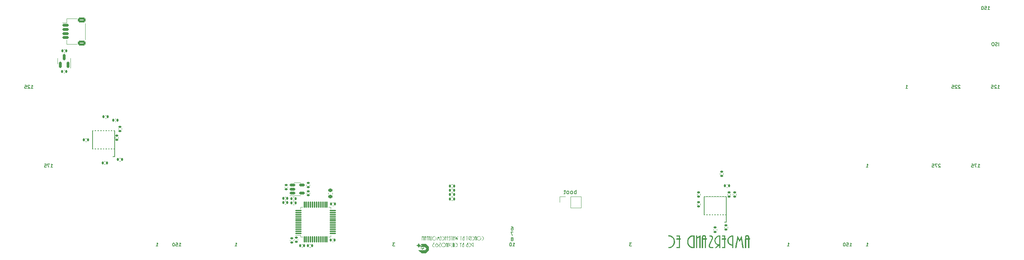
<source format=gbr>
%TF.GenerationSoftware,KiCad,Pcbnew,(7.0.0)*%
%TF.CreationDate,2024-01-19T21:38:11+01:00*%
%TF.ProjectId,ampersand,616d7065-7273-4616-9e64-2e6b69636164,rev?*%
%TF.SameCoordinates,Original*%
%TF.FileFunction,Legend,Bot*%
%TF.FilePolarity,Positive*%
%FSLAX46Y46*%
G04 Gerber Fmt 4.6, Leading zero omitted, Abs format (unit mm)*
G04 Created by KiCad (PCBNEW (7.0.0)) date 2024-01-19 21:38:11*
%MOMM*%
%LPD*%
G01*
G04 APERTURE LIST*
G04 Aperture macros list*
%AMRoundRect*
0 Rectangle with rounded corners*
0 $1 Rounding radius*
0 $2 $3 $4 $5 $6 $7 $8 $9 X,Y pos of 4 corners*
0 Add a 4 corners polygon primitive as box body*
4,1,4,$2,$3,$4,$5,$6,$7,$8,$9,$2,$3,0*
0 Add four circle primitives for the rounded corners*
1,1,$1+$1,$2,$3*
1,1,$1+$1,$4,$5*
1,1,$1+$1,$6,$7*
1,1,$1+$1,$8,$9*
0 Add four rect primitives between the rounded corners*
20,1,$1+$1,$2,$3,$4,$5,0*
20,1,$1+$1,$4,$5,$6,$7,0*
20,1,$1+$1,$6,$7,$8,$9,0*
20,1,$1+$1,$8,$9,$2,$3,0*%
G04 Aperture macros list end*
%ADD10C,0.150000*%
%ADD11C,0.120000*%
%ADD12C,0.170180*%
%ADD13C,0.002540*%
%ADD14C,2.200000*%
%ADD15RoundRect,0.140000X0.140000X0.170000X-0.140000X0.170000X-0.140000X-0.170000X0.140000X-0.170000X0*%
%ADD16RoundRect,0.135000X-0.135000X-0.185000X0.135000X-0.185000X0.135000X0.185000X-0.135000X0.185000X0*%
%ADD17RoundRect,0.150000X-0.512500X-0.150000X0.512500X-0.150000X0.512500X0.150000X-0.512500X0.150000X0*%
%ADD18RoundRect,0.135000X0.185000X-0.135000X0.185000X0.135000X-0.185000X0.135000X-0.185000X-0.135000X0*%
%ADD19RoundRect,0.140000X-0.170000X0.140000X-0.170000X-0.140000X0.170000X-0.140000X0.170000X0.140000X0*%
%ADD20RoundRect,0.150000X0.150000X-0.587500X0.150000X0.587500X-0.150000X0.587500X-0.150000X-0.587500X0*%
%ADD21RoundRect,0.135000X0.135000X0.185000X-0.135000X0.185000X-0.135000X-0.185000X0.135000X-0.185000X0*%
%ADD22R,0.419100X1.778000*%
%ADD23RoundRect,0.225000X0.250000X-0.225000X0.250000X0.225000X-0.250000X0.225000X-0.250000X-0.225000X0*%
%ADD24RoundRect,0.140000X-0.140000X-0.170000X0.140000X-0.170000X0.140000X0.170000X-0.140000X0.170000X0*%
%ADD25R,1.700000X1.700000*%
%ADD26O,1.700000X1.700000*%
%ADD27RoundRect,0.135000X-0.185000X0.135000X-0.185000X-0.135000X0.185000X-0.135000X0.185000X0.135000X0*%
%ADD28RoundRect,0.150000X-0.625000X0.150000X-0.625000X-0.150000X0.625000X-0.150000X0.625000X0.150000X0*%
%ADD29RoundRect,0.250000X-0.650000X0.350000X-0.650000X-0.350000X0.650000X-0.350000X0.650000X0.350000X0*%
%ADD30RoundRect,0.075000X-0.662500X-0.075000X0.662500X-0.075000X0.662500X0.075000X-0.662500X0.075000X0*%
%ADD31RoundRect,0.075000X-0.075000X-0.662500X0.075000X-0.662500X0.075000X0.662500X-0.075000X0.662500X0*%
G04 APERTURE END LIST*
D10*
X254196726Y-59101345D02*
X254158630Y-59063250D01*
X254158630Y-59063250D02*
X254082440Y-59025154D01*
X254082440Y-59025154D02*
X253891964Y-59025154D01*
X253891964Y-59025154D02*
X253815773Y-59063250D01*
X253815773Y-59063250D02*
X253777678Y-59101345D01*
X253777678Y-59101345D02*
X253739583Y-59177535D01*
X253739583Y-59177535D02*
X253739583Y-59253726D01*
X253739583Y-59253726D02*
X253777678Y-59368011D01*
X253777678Y-59368011D02*
X254234821Y-59825154D01*
X254234821Y-59825154D02*
X253739583Y-59825154D01*
X253434821Y-59101345D02*
X253396725Y-59063250D01*
X253396725Y-59063250D02*
X253320535Y-59025154D01*
X253320535Y-59025154D02*
X253130059Y-59025154D01*
X253130059Y-59025154D02*
X253053868Y-59063250D01*
X253053868Y-59063250D02*
X253015773Y-59101345D01*
X253015773Y-59101345D02*
X252977678Y-59177535D01*
X252977678Y-59177535D02*
X252977678Y-59253726D01*
X252977678Y-59253726D02*
X253015773Y-59368011D01*
X253015773Y-59368011D02*
X253472916Y-59825154D01*
X253472916Y-59825154D02*
X252977678Y-59825154D01*
X252253868Y-59025154D02*
X252634820Y-59025154D01*
X252634820Y-59025154D02*
X252672916Y-59406107D01*
X252672916Y-59406107D02*
X252634820Y-59368011D01*
X252634820Y-59368011D02*
X252558630Y-59329916D01*
X252558630Y-59329916D02*
X252368154Y-59329916D01*
X252368154Y-59329916D02*
X252291963Y-59368011D01*
X252291963Y-59368011D02*
X252253868Y-59406107D01*
X252253868Y-59406107D02*
X252215773Y-59482297D01*
X252215773Y-59482297D02*
X252215773Y-59672773D01*
X252215773Y-59672773D02*
X252253868Y-59748964D01*
X252253868Y-59748964D02*
X252291963Y-59787059D01*
X252291963Y-59787059D02*
X252368154Y-59825154D01*
X252368154Y-59825154D02*
X252558630Y-59825154D01*
X252558630Y-59825154D02*
X252634820Y-59787059D01*
X252634820Y-59787059D02*
X252672916Y-59748964D01*
X227545833Y-97925154D02*
X228002976Y-97925154D01*
X227774404Y-97925154D02*
X227774404Y-97125154D01*
X227774404Y-97125154D02*
X227850595Y-97239440D01*
X227850595Y-97239440D02*
X227926785Y-97315630D01*
X227926785Y-97315630D02*
X228002976Y-97353726D01*
X226822023Y-97125154D02*
X227202975Y-97125154D01*
X227202975Y-97125154D02*
X227241071Y-97506107D01*
X227241071Y-97506107D02*
X227202975Y-97468011D01*
X227202975Y-97468011D02*
X227126785Y-97429916D01*
X227126785Y-97429916D02*
X226936309Y-97429916D01*
X226936309Y-97429916D02*
X226860118Y-97468011D01*
X226860118Y-97468011D02*
X226822023Y-97506107D01*
X226822023Y-97506107D02*
X226783928Y-97582297D01*
X226783928Y-97582297D02*
X226783928Y-97772773D01*
X226783928Y-97772773D02*
X226822023Y-97848964D01*
X226822023Y-97848964D02*
X226860118Y-97887059D01*
X226860118Y-97887059D02*
X226936309Y-97925154D01*
X226936309Y-97925154D02*
X227126785Y-97925154D01*
X227126785Y-97925154D02*
X227202975Y-97887059D01*
X227202975Y-97887059D02*
X227241071Y-97848964D01*
X226288689Y-97125154D02*
X226212499Y-97125154D01*
X226212499Y-97125154D02*
X226136308Y-97163250D01*
X226136308Y-97163250D02*
X226098213Y-97201345D01*
X226098213Y-97201345D02*
X226060118Y-97277535D01*
X226060118Y-97277535D02*
X226022023Y-97429916D01*
X226022023Y-97429916D02*
X226022023Y-97620392D01*
X226022023Y-97620392D02*
X226060118Y-97772773D01*
X226060118Y-97772773D02*
X226098213Y-97848964D01*
X226098213Y-97848964D02*
X226136308Y-97887059D01*
X226136308Y-97887059D02*
X226212499Y-97925154D01*
X226212499Y-97925154D02*
X226288689Y-97925154D01*
X226288689Y-97925154D02*
X226364880Y-97887059D01*
X226364880Y-97887059D02*
X226402975Y-97848964D01*
X226402975Y-97848964D02*
X226441070Y-97772773D01*
X226441070Y-97772773D02*
X226479166Y-97620392D01*
X226479166Y-97620392D02*
X226479166Y-97429916D01*
X226479166Y-97429916D02*
X226441070Y-97277535D01*
X226441070Y-97277535D02*
X226402975Y-97201345D01*
X226402975Y-97201345D02*
X226364880Y-97163250D01*
X226364880Y-97163250D02*
X226288689Y-97125154D01*
X117741666Y-97125154D02*
X117246428Y-97125154D01*
X117246428Y-97125154D02*
X117513094Y-97429916D01*
X117513094Y-97429916D02*
X117398809Y-97429916D01*
X117398809Y-97429916D02*
X117322618Y-97468011D01*
X117322618Y-97468011D02*
X117284523Y-97506107D01*
X117284523Y-97506107D02*
X117246428Y-97582297D01*
X117246428Y-97582297D02*
X117246428Y-97772773D01*
X117246428Y-97772773D02*
X117284523Y-97848964D01*
X117284523Y-97848964D02*
X117322618Y-97887059D01*
X117322618Y-97887059D02*
X117398809Y-97925154D01*
X117398809Y-97925154D02*
X117627380Y-97925154D01*
X117627380Y-97925154D02*
X117703571Y-97887059D01*
X117703571Y-97887059D02*
X117741666Y-97848964D01*
X161536011Y-85298630D02*
X161536011Y-84298630D01*
X161536011Y-84679583D02*
X161440773Y-84631964D01*
X161440773Y-84631964D02*
X161250297Y-84631964D01*
X161250297Y-84631964D02*
X161155059Y-84679583D01*
X161155059Y-84679583D02*
X161107440Y-84727202D01*
X161107440Y-84727202D02*
X161059821Y-84822440D01*
X161059821Y-84822440D02*
X161059821Y-85108154D01*
X161059821Y-85108154D02*
X161107440Y-85203392D01*
X161107440Y-85203392D02*
X161155059Y-85251011D01*
X161155059Y-85251011D02*
X161250297Y-85298630D01*
X161250297Y-85298630D02*
X161440773Y-85298630D01*
X161440773Y-85298630D02*
X161536011Y-85251011D01*
X160488392Y-85298630D02*
X160583630Y-85251011D01*
X160583630Y-85251011D02*
X160631249Y-85203392D01*
X160631249Y-85203392D02*
X160678868Y-85108154D01*
X160678868Y-85108154D02*
X160678868Y-84822440D01*
X160678868Y-84822440D02*
X160631249Y-84727202D01*
X160631249Y-84727202D02*
X160583630Y-84679583D01*
X160583630Y-84679583D02*
X160488392Y-84631964D01*
X160488392Y-84631964D02*
X160345535Y-84631964D01*
X160345535Y-84631964D02*
X160250297Y-84679583D01*
X160250297Y-84679583D02*
X160202678Y-84727202D01*
X160202678Y-84727202D02*
X160155059Y-84822440D01*
X160155059Y-84822440D02*
X160155059Y-85108154D01*
X160155059Y-85108154D02*
X160202678Y-85203392D01*
X160202678Y-85203392D02*
X160250297Y-85251011D01*
X160250297Y-85251011D02*
X160345535Y-85298630D01*
X160345535Y-85298630D02*
X160488392Y-85298630D01*
X159583630Y-85298630D02*
X159678868Y-85251011D01*
X159678868Y-85251011D02*
X159726487Y-85203392D01*
X159726487Y-85203392D02*
X159774106Y-85108154D01*
X159774106Y-85108154D02*
X159774106Y-84822440D01*
X159774106Y-84822440D02*
X159726487Y-84727202D01*
X159726487Y-84727202D02*
X159678868Y-84679583D01*
X159678868Y-84679583D02*
X159583630Y-84631964D01*
X159583630Y-84631964D02*
X159440773Y-84631964D01*
X159440773Y-84631964D02*
X159345535Y-84679583D01*
X159345535Y-84679583D02*
X159297916Y-84727202D01*
X159297916Y-84727202D02*
X159250297Y-84822440D01*
X159250297Y-84822440D02*
X159250297Y-85108154D01*
X159250297Y-85108154D02*
X159297916Y-85203392D01*
X159297916Y-85203392D02*
X159345535Y-85251011D01*
X159345535Y-85251011D02*
X159440773Y-85298630D01*
X159440773Y-85298630D02*
X159583630Y-85298630D01*
X158964582Y-84631964D02*
X158583630Y-84631964D01*
X158821725Y-84298630D02*
X158821725Y-85155773D01*
X158821725Y-85155773D02*
X158774106Y-85251011D01*
X158774106Y-85251011D02*
X158678868Y-85298630D01*
X158678868Y-85298630D02*
X158583630Y-85298630D01*
X29902083Y-59825154D02*
X30359226Y-59825154D01*
X30130654Y-59825154D02*
X30130654Y-59025154D01*
X30130654Y-59025154D02*
X30206845Y-59139440D01*
X30206845Y-59139440D02*
X30283035Y-59215630D01*
X30283035Y-59215630D02*
X30359226Y-59253726D01*
X29597321Y-59101345D02*
X29559225Y-59063250D01*
X29559225Y-59063250D02*
X29483035Y-59025154D01*
X29483035Y-59025154D02*
X29292559Y-59025154D01*
X29292559Y-59025154D02*
X29216368Y-59063250D01*
X29216368Y-59063250D02*
X29178273Y-59101345D01*
X29178273Y-59101345D02*
X29140178Y-59177535D01*
X29140178Y-59177535D02*
X29140178Y-59253726D01*
X29140178Y-59253726D02*
X29178273Y-59368011D01*
X29178273Y-59368011D02*
X29635416Y-59825154D01*
X29635416Y-59825154D02*
X29140178Y-59825154D01*
X28416368Y-59025154D02*
X28797320Y-59025154D01*
X28797320Y-59025154D02*
X28835416Y-59406107D01*
X28835416Y-59406107D02*
X28797320Y-59368011D01*
X28797320Y-59368011D02*
X28721130Y-59329916D01*
X28721130Y-59329916D02*
X28530654Y-59329916D01*
X28530654Y-59329916D02*
X28454463Y-59368011D01*
X28454463Y-59368011D02*
X28416368Y-59406107D01*
X28416368Y-59406107D02*
X28378273Y-59482297D01*
X28378273Y-59482297D02*
X28378273Y-59672773D01*
X28378273Y-59672773D02*
X28416368Y-59748964D01*
X28416368Y-59748964D02*
X28454463Y-59787059D01*
X28454463Y-59787059D02*
X28530654Y-59825154D01*
X28530654Y-59825154D02*
X28721130Y-59825154D01*
X28721130Y-59825154D02*
X28797320Y-59787059D01*
X28797320Y-59787059D02*
X28835416Y-59748964D01*
X263264583Y-59825154D02*
X263721726Y-59825154D01*
X263493154Y-59825154D02*
X263493154Y-59025154D01*
X263493154Y-59025154D02*
X263569345Y-59139440D01*
X263569345Y-59139440D02*
X263645535Y-59215630D01*
X263645535Y-59215630D02*
X263721726Y-59253726D01*
X262959821Y-59101345D02*
X262921725Y-59063250D01*
X262921725Y-59063250D02*
X262845535Y-59025154D01*
X262845535Y-59025154D02*
X262655059Y-59025154D01*
X262655059Y-59025154D02*
X262578868Y-59063250D01*
X262578868Y-59063250D02*
X262540773Y-59101345D01*
X262540773Y-59101345D02*
X262502678Y-59177535D01*
X262502678Y-59177535D02*
X262502678Y-59253726D01*
X262502678Y-59253726D02*
X262540773Y-59368011D01*
X262540773Y-59368011D02*
X262997916Y-59825154D01*
X262997916Y-59825154D02*
X262502678Y-59825154D01*
X261778868Y-59025154D02*
X262159820Y-59025154D01*
X262159820Y-59025154D02*
X262197916Y-59406107D01*
X262197916Y-59406107D02*
X262159820Y-59368011D01*
X262159820Y-59368011D02*
X262083630Y-59329916D01*
X262083630Y-59329916D02*
X261893154Y-59329916D01*
X261893154Y-59329916D02*
X261816963Y-59368011D01*
X261816963Y-59368011D02*
X261778868Y-59406107D01*
X261778868Y-59406107D02*
X261740773Y-59482297D01*
X261740773Y-59482297D02*
X261740773Y-59672773D01*
X261740773Y-59672773D02*
X261778868Y-59748964D01*
X261778868Y-59748964D02*
X261816963Y-59787059D01*
X261816963Y-59787059D02*
X261893154Y-59825154D01*
X261893154Y-59825154D02*
X262083630Y-59825154D01*
X262083630Y-59825154D02*
X262159820Y-59787059D01*
X262159820Y-59787059D02*
X262197916Y-59748964D01*
X263531249Y-49506404D02*
X263531249Y-48706404D01*
X263188393Y-49468309D02*
X263074107Y-49506404D01*
X263074107Y-49506404D02*
X262883631Y-49506404D01*
X262883631Y-49506404D02*
X262807440Y-49468309D01*
X262807440Y-49468309D02*
X262769345Y-49430214D01*
X262769345Y-49430214D02*
X262731250Y-49354023D01*
X262731250Y-49354023D02*
X262731250Y-49277833D01*
X262731250Y-49277833D02*
X262769345Y-49201642D01*
X262769345Y-49201642D02*
X262807440Y-49163547D01*
X262807440Y-49163547D02*
X262883631Y-49125452D01*
X262883631Y-49125452D02*
X263036012Y-49087357D01*
X263036012Y-49087357D02*
X263112202Y-49049261D01*
X263112202Y-49049261D02*
X263150297Y-49011166D01*
X263150297Y-49011166D02*
X263188393Y-48934976D01*
X263188393Y-48934976D02*
X263188393Y-48858785D01*
X263188393Y-48858785D02*
X263150297Y-48782595D01*
X263150297Y-48782595D02*
X263112202Y-48744500D01*
X263112202Y-48744500D02*
X263036012Y-48706404D01*
X263036012Y-48706404D02*
X262845535Y-48706404D01*
X262845535Y-48706404D02*
X262731250Y-48744500D01*
X262236011Y-48706404D02*
X262083630Y-48706404D01*
X262083630Y-48706404D02*
X262007440Y-48744500D01*
X262007440Y-48744500D02*
X261931249Y-48820690D01*
X261931249Y-48820690D02*
X261893154Y-48973071D01*
X261893154Y-48973071D02*
X261893154Y-49239738D01*
X261893154Y-49239738D02*
X261931249Y-49392119D01*
X261931249Y-49392119D02*
X262007440Y-49468309D01*
X262007440Y-49468309D02*
X262083630Y-49506404D01*
X262083630Y-49506404D02*
X262236011Y-49506404D01*
X262236011Y-49506404D02*
X262312202Y-49468309D01*
X262312202Y-49468309D02*
X262388392Y-49392119D01*
X262388392Y-49392119D02*
X262426488Y-49239738D01*
X262426488Y-49239738D02*
X262426488Y-48973071D01*
X262426488Y-48973071D02*
X262388392Y-48820690D01*
X262388392Y-48820690D02*
X262312202Y-48744500D01*
X262312202Y-48744500D02*
X262236011Y-48706404D01*
X241071428Y-59825154D02*
X241528571Y-59825154D01*
X241299999Y-59825154D02*
X241299999Y-59025154D01*
X241299999Y-59025154D02*
X241376190Y-59139440D01*
X241376190Y-59139440D02*
X241452380Y-59215630D01*
X241452380Y-59215630D02*
X241528571Y-59253726D01*
X260883333Y-40775154D02*
X261340476Y-40775154D01*
X261111904Y-40775154D02*
X261111904Y-39975154D01*
X261111904Y-39975154D02*
X261188095Y-40089440D01*
X261188095Y-40089440D02*
X261264285Y-40165630D01*
X261264285Y-40165630D02*
X261340476Y-40203726D01*
X260159523Y-39975154D02*
X260540475Y-39975154D01*
X260540475Y-39975154D02*
X260578571Y-40356107D01*
X260578571Y-40356107D02*
X260540475Y-40318011D01*
X260540475Y-40318011D02*
X260464285Y-40279916D01*
X260464285Y-40279916D02*
X260273809Y-40279916D01*
X260273809Y-40279916D02*
X260197618Y-40318011D01*
X260197618Y-40318011D02*
X260159523Y-40356107D01*
X260159523Y-40356107D02*
X260121428Y-40432297D01*
X260121428Y-40432297D02*
X260121428Y-40622773D01*
X260121428Y-40622773D02*
X260159523Y-40698964D01*
X260159523Y-40698964D02*
X260197618Y-40737059D01*
X260197618Y-40737059D02*
X260273809Y-40775154D01*
X260273809Y-40775154D02*
X260464285Y-40775154D01*
X260464285Y-40775154D02*
X260540475Y-40737059D01*
X260540475Y-40737059D02*
X260578571Y-40698964D01*
X259626189Y-39975154D02*
X259549999Y-39975154D01*
X259549999Y-39975154D02*
X259473808Y-40013250D01*
X259473808Y-40013250D02*
X259435713Y-40051345D01*
X259435713Y-40051345D02*
X259397618Y-40127535D01*
X259397618Y-40127535D02*
X259359523Y-40279916D01*
X259359523Y-40279916D02*
X259359523Y-40470392D01*
X259359523Y-40470392D02*
X259397618Y-40622773D01*
X259397618Y-40622773D02*
X259435713Y-40698964D01*
X259435713Y-40698964D02*
X259473808Y-40737059D01*
X259473808Y-40737059D02*
X259549999Y-40775154D01*
X259549999Y-40775154D02*
X259626189Y-40775154D01*
X259626189Y-40775154D02*
X259702380Y-40737059D01*
X259702380Y-40737059D02*
X259740475Y-40698964D01*
X259740475Y-40698964D02*
X259778570Y-40622773D01*
X259778570Y-40622773D02*
X259816666Y-40470392D01*
X259816666Y-40470392D02*
X259816666Y-40279916D01*
X259816666Y-40279916D02*
X259778570Y-40127535D01*
X259778570Y-40127535D02*
X259740475Y-40051345D01*
X259740475Y-40051345D02*
X259702380Y-40013250D01*
X259702380Y-40013250D02*
X259626189Y-39975154D01*
X231546428Y-97925154D02*
X232003571Y-97925154D01*
X231774999Y-97925154D02*
X231774999Y-97125154D01*
X231774999Y-97125154D02*
X231851190Y-97239440D01*
X231851190Y-97239440D02*
X231927380Y-97315630D01*
X231927380Y-97315630D02*
X232003571Y-97353726D01*
X212496428Y-97925154D02*
X212953571Y-97925154D01*
X212724999Y-97925154D02*
X212724999Y-97125154D01*
X212724999Y-97125154D02*
X212801190Y-97239440D01*
X212801190Y-97239440D02*
X212877380Y-97315630D01*
X212877380Y-97315630D02*
X212953571Y-97353726D01*
X231546428Y-78875154D02*
X232003571Y-78875154D01*
X231774999Y-78875154D02*
X231774999Y-78075154D01*
X231774999Y-78075154D02*
X231851190Y-78189440D01*
X231851190Y-78189440D02*
X231927380Y-78265630D01*
X231927380Y-78265630D02*
X232003571Y-78303726D01*
X258502083Y-78875154D02*
X258959226Y-78875154D01*
X258730654Y-78875154D02*
X258730654Y-78075154D01*
X258730654Y-78075154D02*
X258806845Y-78189440D01*
X258806845Y-78189440D02*
X258883035Y-78265630D01*
X258883035Y-78265630D02*
X258959226Y-78303726D01*
X258235416Y-78075154D02*
X257702082Y-78075154D01*
X257702082Y-78075154D02*
X258044940Y-78875154D01*
X257016368Y-78075154D02*
X257397320Y-78075154D01*
X257397320Y-78075154D02*
X257435416Y-78456107D01*
X257435416Y-78456107D02*
X257397320Y-78418011D01*
X257397320Y-78418011D02*
X257321130Y-78379916D01*
X257321130Y-78379916D02*
X257130654Y-78379916D01*
X257130654Y-78379916D02*
X257054463Y-78418011D01*
X257054463Y-78418011D02*
X257016368Y-78456107D01*
X257016368Y-78456107D02*
X256978273Y-78532297D01*
X256978273Y-78532297D02*
X256978273Y-78722773D01*
X256978273Y-78722773D02*
X257016368Y-78798964D01*
X257016368Y-78798964D02*
X257054463Y-78837059D01*
X257054463Y-78837059D02*
X257130654Y-78875154D01*
X257130654Y-78875154D02*
X257321130Y-78875154D01*
X257321130Y-78875154D02*
X257397320Y-78837059D01*
X257397320Y-78837059D02*
X257435416Y-78798964D01*
X249434226Y-78151345D02*
X249396130Y-78113250D01*
X249396130Y-78113250D02*
X249319940Y-78075154D01*
X249319940Y-78075154D02*
X249129464Y-78075154D01*
X249129464Y-78075154D02*
X249053273Y-78113250D01*
X249053273Y-78113250D02*
X249015178Y-78151345D01*
X249015178Y-78151345D02*
X248977083Y-78227535D01*
X248977083Y-78227535D02*
X248977083Y-78303726D01*
X248977083Y-78303726D02*
X249015178Y-78418011D01*
X249015178Y-78418011D02*
X249472321Y-78875154D01*
X249472321Y-78875154D02*
X248977083Y-78875154D01*
X248710416Y-78075154D02*
X248177082Y-78075154D01*
X248177082Y-78075154D02*
X248519940Y-78875154D01*
X247491368Y-78075154D02*
X247872320Y-78075154D01*
X247872320Y-78075154D02*
X247910416Y-78456107D01*
X247910416Y-78456107D02*
X247872320Y-78418011D01*
X247872320Y-78418011D02*
X247796130Y-78379916D01*
X247796130Y-78379916D02*
X247605654Y-78379916D01*
X247605654Y-78379916D02*
X247529463Y-78418011D01*
X247529463Y-78418011D02*
X247491368Y-78456107D01*
X247491368Y-78456107D02*
X247453273Y-78532297D01*
X247453273Y-78532297D02*
X247453273Y-78722773D01*
X247453273Y-78722773D02*
X247491368Y-78798964D01*
X247491368Y-78798964D02*
X247529463Y-78837059D01*
X247529463Y-78837059D02*
X247605654Y-78875154D01*
X247605654Y-78875154D02*
X247796130Y-78875154D01*
X247796130Y-78875154D02*
X247872320Y-78837059D01*
X247872320Y-78837059D02*
X247910416Y-78798964D01*
X60096428Y-97925154D02*
X60553571Y-97925154D01*
X60324999Y-97925154D02*
X60324999Y-97125154D01*
X60324999Y-97125154D02*
X60401190Y-97239440D01*
X60401190Y-97239440D02*
X60477380Y-97315630D01*
X60477380Y-97315630D02*
X60553571Y-97353726D01*
X145897617Y-93233982D02*
X146049998Y-93233982D01*
X146049998Y-93233982D02*
X146126189Y-93272078D01*
X146126189Y-93272078D02*
X146164284Y-93310173D01*
X146164284Y-93310173D02*
X146240474Y-93424458D01*
X146240474Y-93424458D02*
X146278570Y-93576839D01*
X146278570Y-93576839D02*
X146278570Y-93881601D01*
X146278570Y-93881601D02*
X146240474Y-93957792D01*
X146240474Y-93957792D02*
X146202379Y-93995887D01*
X146202379Y-93995887D02*
X146126189Y-94033982D01*
X146126189Y-94033982D02*
X145973808Y-94033982D01*
X145973808Y-94033982D02*
X145897617Y-93995887D01*
X145897617Y-93995887D02*
X145859522Y-93957792D01*
X145859522Y-93957792D02*
X145821427Y-93881601D01*
X145821427Y-93881601D02*
X145821427Y-93691125D01*
X145821427Y-93691125D02*
X145859522Y-93614935D01*
X145859522Y-93614935D02*
X145897617Y-93576839D01*
X145897617Y-93576839D02*
X145973808Y-93538744D01*
X145973808Y-93538744D02*
X146126189Y-93538744D01*
X146126189Y-93538744D02*
X146202379Y-93576839D01*
X146202379Y-93576839D02*
X146240474Y-93614935D01*
X146240474Y-93614935D02*
X146278570Y-93691125D01*
X146316665Y-94529982D02*
X145783331Y-94529982D01*
X145783331Y-94529982D02*
X146126189Y-95329982D01*
X146126189Y-96168839D02*
X146202379Y-96130744D01*
X146202379Y-96130744D02*
X146240474Y-96092649D01*
X146240474Y-96092649D02*
X146278570Y-96016458D01*
X146278570Y-96016458D02*
X146278570Y-95978363D01*
X146278570Y-95978363D02*
X146240474Y-95902173D01*
X146240474Y-95902173D02*
X146202379Y-95864078D01*
X146202379Y-95864078D02*
X146126189Y-95825982D01*
X146126189Y-95825982D02*
X145973808Y-95825982D01*
X145973808Y-95825982D02*
X145897617Y-95864078D01*
X145897617Y-95864078D02*
X145859522Y-95902173D01*
X145859522Y-95902173D02*
X145821427Y-95978363D01*
X145821427Y-95978363D02*
X145821427Y-96016458D01*
X145821427Y-96016458D02*
X145859522Y-96092649D01*
X145859522Y-96092649D02*
X145897617Y-96130744D01*
X145897617Y-96130744D02*
X145973808Y-96168839D01*
X145973808Y-96168839D02*
X146126189Y-96168839D01*
X146126189Y-96168839D02*
X146202379Y-96206935D01*
X146202379Y-96206935D02*
X146240474Y-96245030D01*
X146240474Y-96245030D02*
X146278570Y-96321220D01*
X146278570Y-96321220D02*
X146278570Y-96473601D01*
X146278570Y-96473601D02*
X146240474Y-96549792D01*
X146240474Y-96549792D02*
X146202379Y-96587887D01*
X146202379Y-96587887D02*
X146126189Y-96625982D01*
X146126189Y-96625982D02*
X145973808Y-96625982D01*
X145973808Y-96625982D02*
X145897617Y-96587887D01*
X145897617Y-96587887D02*
X145859522Y-96549792D01*
X145859522Y-96549792D02*
X145821427Y-96473601D01*
X145821427Y-96473601D02*
X145821427Y-96321220D01*
X145821427Y-96321220D02*
X145859522Y-96245030D01*
X145859522Y-96245030D02*
X145897617Y-96206935D01*
X145897617Y-96206935D02*
X145973808Y-96168839D01*
X146202380Y-97921982D02*
X146659523Y-97921982D01*
X146430951Y-97921982D02*
X146430951Y-97121982D01*
X146430951Y-97121982D02*
X146507142Y-97236268D01*
X146507142Y-97236268D02*
X146583332Y-97312458D01*
X146583332Y-97312458D02*
X146659523Y-97350554D01*
X145707141Y-97121982D02*
X145630951Y-97121982D01*
X145630951Y-97121982D02*
X145554760Y-97160078D01*
X145554760Y-97160078D02*
X145516665Y-97198173D01*
X145516665Y-97198173D02*
X145478570Y-97274363D01*
X145478570Y-97274363D02*
X145440475Y-97426744D01*
X145440475Y-97426744D02*
X145440475Y-97617220D01*
X145440475Y-97617220D02*
X145478570Y-97769601D01*
X145478570Y-97769601D02*
X145516665Y-97845792D01*
X145516665Y-97845792D02*
X145554760Y-97883887D01*
X145554760Y-97883887D02*
X145630951Y-97921982D01*
X145630951Y-97921982D02*
X145707141Y-97921982D01*
X145707141Y-97921982D02*
X145783332Y-97883887D01*
X145783332Y-97883887D02*
X145821427Y-97845792D01*
X145821427Y-97845792D02*
X145859522Y-97769601D01*
X145859522Y-97769601D02*
X145897618Y-97617220D01*
X145897618Y-97617220D02*
X145897618Y-97426744D01*
X145897618Y-97426744D02*
X145859522Y-97274363D01*
X145859522Y-97274363D02*
X145821427Y-97198173D01*
X145821427Y-97198173D02*
X145783332Y-97160078D01*
X145783332Y-97160078D02*
X145707141Y-97121982D01*
X65620833Y-97925154D02*
X66077976Y-97925154D01*
X65849404Y-97925154D02*
X65849404Y-97125154D01*
X65849404Y-97125154D02*
X65925595Y-97239440D01*
X65925595Y-97239440D02*
X66001785Y-97315630D01*
X66001785Y-97315630D02*
X66077976Y-97353726D01*
X64897023Y-97125154D02*
X65277975Y-97125154D01*
X65277975Y-97125154D02*
X65316071Y-97506107D01*
X65316071Y-97506107D02*
X65277975Y-97468011D01*
X65277975Y-97468011D02*
X65201785Y-97429916D01*
X65201785Y-97429916D02*
X65011309Y-97429916D01*
X65011309Y-97429916D02*
X64935118Y-97468011D01*
X64935118Y-97468011D02*
X64897023Y-97506107D01*
X64897023Y-97506107D02*
X64858928Y-97582297D01*
X64858928Y-97582297D02*
X64858928Y-97772773D01*
X64858928Y-97772773D02*
X64897023Y-97848964D01*
X64897023Y-97848964D02*
X64935118Y-97887059D01*
X64935118Y-97887059D02*
X65011309Y-97925154D01*
X65011309Y-97925154D02*
X65201785Y-97925154D01*
X65201785Y-97925154D02*
X65277975Y-97887059D01*
X65277975Y-97887059D02*
X65316071Y-97848964D01*
X64363689Y-97125154D02*
X64287499Y-97125154D01*
X64287499Y-97125154D02*
X64211308Y-97163250D01*
X64211308Y-97163250D02*
X64173213Y-97201345D01*
X64173213Y-97201345D02*
X64135118Y-97277535D01*
X64135118Y-97277535D02*
X64097023Y-97429916D01*
X64097023Y-97429916D02*
X64097023Y-97620392D01*
X64097023Y-97620392D02*
X64135118Y-97772773D01*
X64135118Y-97772773D02*
X64173213Y-97848964D01*
X64173213Y-97848964D02*
X64211308Y-97887059D01*
X64211308Y-97887059D02*
X64287499Y-97925154D01*
X64287499Y-97925154D02*
X64363689Y-97925154D01*
X64363689Y-97925154D02*
X64439880Y-97887059D01*
X64439880Y-97887059D02*
X64477975Y-97848964D01*
X64477975Y-97848964D02*
X64516070Y-97772773D01*
X64516070Y-97772773D02*
X64554166Y-97620392D01*
X64554166Y-97620392D02*
X64554166Y-97429916D01*
X64554166Y-97429916D02*
X64516070Y-97277535D01*
X64516070Y-97277535D02*
X64477975Y-97201345D01*
X64477975Y-97201345D02*
X64439880Y-97163250D01*
X64439880Y-97163250D02*
X64363689Y-97125154D01*
X79146428Y-97925154D02*
X79603571Y-97925154D01*
X79374999Y-97925154D02*
X79374999Y-97125154D01*
X79374999Y-97125154D02*
X79451190Y-97239440D01*
X79451190Y-97239440D02*
X79527380Y-97315630D01*
X79527380Y-97315630D02*
X79603571Y-97353726D01*
X34664583Y-78875154D02*
X35121726Y-78875154D01*
X34893154Y-78875154D02*
X34893154Y-78075154D01*
X34893154Y-78075154D02*
X34969345Y-78189440D01*
X34969345Y-78189440D02*
X35045535Y-78265630D01*
X35045535Y-78265630D02*
X35121726Y-78303726D01*
X34397916Y-78075154D02*
X33864582Y-78075154D01*
X33864582Y-78075154D02*
X34207440Y-78875154D01*
X33178868Y-78075154D02*
X33559820Y-78075154D01*
X33559820Y-78075154D02*
X33597916Y-78456107D01*
X33597916Y-78456107D02*
X33559820Y-78418011D01*
X33559820Y-78418011D02*
X33483630Y-78379916D01*
X33483630Y-78379916D02*
X33293154Y-78379916D01*
X33293154Y-78379916D02*
X33216963Y-78418011D01*
X33216963Y-78418011D02*
X33178868Y-78456107D01*
X33178868Y-78456107D02*
X33140773Y-78532297D01*
X33140773Y-78532297D02*
X33140773Y-78722773D01*
X33140773Y-78722773D02*
X33178868Y-78798964D01*
X33178868Y-78798964D02*
X33216963Y-78837059D01*
X33216963Y-78837059D02*
X33293154Y-78875154D01*
X33293154Y-78875154D02*
X33483630Y-78875154D01*
X33483630Y-78875154D02*
X33559820Y-78837059D01*
X33559820Y-78837059D02*
X33597916Y-78798964D01*
X174891666Y-97125154D02*
X174396428Y-97125154D01*
X174396428Y-97125154D02*
X174663094Y-97429916D01*
X174663094Y-97429916D02*
X174548809Y-97429916D01*
X174548809Y-97429916D02*
X174472618Y-97468011D01*
X174472618Y-97468011D02*
X174434523Y-97506107D01*
X174434523Y-97506107D02*
X174396428Y-97582297D01*
X174396428Y-97582297D02*
X174396428Y-97772773D01*
X174396428Y-97772773D02*
X174434523Y-97848964D01*
X174434523Y-97848964D02*
X174472618Y-97887059D01*
X174472618Y-97887059D02*
X174548809Y-97925154D01*
X174548809Y-97925154D02*
X174777380Y-97925154D01*
X174777380Y-97925154D02*
X174853571Y-97887059D01*
X174853571Y-97887059D02*
X174891666Y-97848964D01*
%TO.C,G\u002A\u002A\u002A*%
G36*
X130716780Y-97624370D02*
G01*
X130716780Y-98140351D01*
X130668622Y-98140351D01*
X130620463Y-98140351D01*
X130620463Y-97624370D01*
X130620463Y-97108390D01*
X130668622Y-97108390D01*
X130716780Y-97108390D01*
X130716780Y-97624370D01*
G37*
G36*
X131666184Y-97624370D02*
G01*
X131666184Y-98140351D01*
X131507078Y-98140351D01*
X131347972Y-98140351D01*
X131352284Y-98095633D01*
X131356596Y-98050914D01*
X131463232Y-98046896D01*
X131569868Y-98042877D01*
X131569868Y-97575633D01*
X131569868Y-97108390D01*
X131618026Y-97108390D01*
X131666184Y-97108390D01*
X131666184Y-97624370D01*
G37*
G36*
X133854665Y-97108536D02*
G01*
X133869569Y-97111340D01*
X133874826Y-97120256D01*
X133869458Y-97138734D01*
X133852493Y-97170229D01*
X133822953Y-97218192D01*
X133779864Y-97286077D01*
X133688827Y-97429365D01*
X133688827Y-97784858D01*
X133688827Y-98140351D01*
X133640669Y-98140351D01*
X133592511Y-98140351D01*
X133592511Y-97789010D01*
X133592511Y-97437670D01*
X133490136Y-97273030D01*
X133387761Y-97108390D01*
X133445418Y-97108747D01*
X133453657Y-97108817D01*
X133478618Y-97110579D01*
X133497713Y-97118074D01*
X133515957Y-97135764D01*
X133538362Y-97168111D01*
X133569940Y-97219577D01*
X133636806Y-97330051D01*
X133706259Y-97219220D01*
X133713661Y-97207422D01*
X133744167Y-97160040D01*
X133766147Y-97130844D01*
X133784513Y-97115437D01*
X133804178Y-97109419D01*
X133830058Y-97108390D01*
X133831088Y-97108389D01*
X133854665Y-97108536D01*
G37*
G36*
X130207679Y-97178414D02*
G01*
X130207679Y-97248438D01*
X130338733Y-97178414D01*
X130382189Y-97155588D01*
X130430677Y-97131176D01*
X130466216Y-97114539D01*
X130483207Y-97108390D01*
X130484876Y-97110968D01*
X130488336Y-97136098D01*
X130491238Y-97187012D01*
X130493549Y-97262502D01*
X130495239Y-97361363D01*
X130496276Y-97482388D01*
X130496628Y-97624370D01*
X130496628Y-98140351D01*
X130448470Y-98140351D01*
X130400312Y-98140351D01*
X130400312Y-97700048D01*
X130400222Y-97637850D01*
X130399659Y-97535886D01*
X130398640Y-97445159D01*
X130397229Y-97368924D01*
X130395493Y-97310440D01*
X130393500Y-97272961D01*
X130391314Y-97259744D01*
X130390677Y-97259820D01*
X130372951Y-97267328D01*
X130338808Y-97284722D01*
X130294998Y-97308576D01*
X130207679Y-97357407D01*
X130207679Y-97748879D01*
X130207679Y-98140351D01*
X130159521Y-98140351D01*
X130111363Y-98140351D01*
X130111363Y-97624370D01*
X130111363Y-97108390D01*
X130159521Y-97108390D01*
X130207679Y-97108390D01*
X130207679Y-97178414D01*
G37*
G36*
X135683952Y-97105186D02*
G01*
X135716810Y-97108785D01*
X135796809Y-97130223D01*
X135877881Y-97166320D01*
X135950497Y-97212374D01*
X136005128Y-97263682D01*
X136027187Y-97292499D01*
X136089132Y-97400120D01*
X136125108Y-97513806D01*
X136134817Y-97630946D01*
X136117957Y-97748929D01*
X136074229Y-97865144D01*
X136028066Y-97942831D01*
X135957242Y-98021364D01*
X135870078Y-98079214D01*
X135763342Y-98119018D01*
X135736862Y-98125508D01*
X135685555Y-98135225D01*
X135645242Y-98139445D01*
X135645211Y-98139446D01*
X135614387Y-98137905D01*
X135603228Y-98126081D01*
X135603963Y-98095748D01*
X135607093Y-98073776D01*
X135616439Y-98057189D01*
X135638599Y-98047921D01*
X135680839Y-98040776D01*
X135709903Y-98035656D01*
X135808063Y-98002291D01*
X135891333Y-97948456D01*
X135957775Y-97877359D01*
X136005452Y-97792210D01*
X136032429Y-97696217D01*
X136036768Y-97592589D01*
X136016533Y-97484536D01*
X135994417Y-97426027D01*
X135939677Y-97337631D01*
X135866321Y-97268579D01*
X135776428Y-97220616D01*
X135672076Y-97195485D01*
X135633148Y-97190237D01*
X135610612Y-97182897D01*
X135603090Y-97169186D01*
X135604113Y-97144226D01*
X135604278Y-97142532D01*
X135607943Y-97118925D01*
X135617687Y-97107157D01*
X135640645Y-97103740D01*
X135683952Y-97105186D01*
G37*
G36*
X132436715Y-97105186D02*
G01*
X132469573Y-97108785D01*
X132549572Y-97130223D01*
X132630644Y-97166320D01*
X132703260Y-97212374D01*
X132757890Y-97263682D01*
X132779949Y-97292499D01*
X132841894Y-97400120D01*
X132877871Y-97513806D01*
X132887580Y-97630946D01*
X132870720Y-97748929D01*
X132826992Y-97865144D01*
X132780828Y-97942831D01*
X132710005Y-98021364D01*
X132622841Y-98079214D01*
X132516105Y-98119018D01*
X132489625Y-98125508D01*
X132438317Y-98135225D01*
X132398004Y-98139445D01*
X132397974Y-98139446D01*
X132367150Y-98137905D01*
X132355991Y-98126081D01*
X132356726Y-98095748D01*
X132359856Y-98073776D01*
X132369202Y-98057189D01*
X132391362Y-98047921D01*
X132433602Y-98040776D01*
X132462666Y-98035656D01*
X132560826Y-98002291D01*
X132644096Y-97948456D01*
X132710537Y-97877359D01*
X132758215Y-97792210D01*
X132785192Y-97696217D01*
X132789531Y-97592589D01*
X132769296Y-97484536D01*
X132747179Y-97426027D01*
X132692439Y-97337631D01*
X132619084Y-97268579D01*
X132529191Y-97220616D01*
X132424839Y-97195485D01*
X132385911Y-97190237D01*
X132363375Y-97182897D01*
X132355853Y-97169186D01*
X132356875Y-97144226D01*
X132357041Y-97142532D01*
X132360706Y-97118925D01*
X132370450Y-97107157D01*
X132393408Y-97103740D01*
X132436715Y-97105186D01*
G37*
G36*
X132106487Y-97356061D02*
G01*
X132147050Y-97356061D01*
X132173259Y-97357673D01*
X132181346Y-97368195D01*
X132173703Y-97395961D01*
X132156494Y-97425671D01*
X132133141Y-97442831D01*
X132130649Y-97443546D01*
X132122991Y-97447684D01*
X132117146Y-97456736D01*
X132112871Y-97473931D01*
X132109921Y-97502498D01*
X132108052Y-97545667D01*
X132107020Y-97606667D01*
X132106580Y-97688726D01*
X132106487Y-97795076D01*
X132106487Y-98140351D01*
X132058329Y-98140351D01*
X132010171Y-98140351D01*
X132010171Y-97789484D01*
X132010171Y-97438617D01*
X131934494Y-97438617D01*
X131858817Y-97438617D01*
X131858817Y-97789484D01*
X131858817Y-98140351D01*
X131810658Y-98140351D01*
X131762500Y-98140351D01*
X131762500Y-97657711D01*
X131762500Y-97356061D01*
X131857443Y-97356061D01*
X132011544Y-97356061D01*
X132007418Y-97277876D01*
X132005223Y-97245343D01*
X131999740Y-97214475D01*
X131988723Y-97198799D01*
X131968892Y-97190907D01*
X131941574Y-97187341D01*
X131900095Y-97190539D01*
X131885440Y-97195266D01*
X131872027Y-97207416D01*
X131865156Y-97232379D01*
X131861570Y-97277508D01*
X131857443Y-97356061D01*
X131762500Y-97356061D01*
X131762500Y-97175070D01*
X131801708Y-97135862D01*
X131802810Y-97134771D01*
X131858514Y-97098433D01*
X131925561Y-97084063D01*
X131997001Y-97093181D01*
X132040292Y-97111162D01*
X132078762Y-97145704D01*
X132099980Y-97196786D01*
X132106487Y-97268480D01*
X132106487Y-97356061D01*
G37*
G36*
X130834079Y-97108400D02*
G01*
X130870945Y-97114308D01*
X130887054Y-97132469D01*
X130887453Y-97133894D01*
X130893483Y-97157828D01*
X130904538Y-97203394D01*
X130919538Y-97266089D01*
X130937407Y-97341411D01*
X130957065Y-97424858D01*
X130959981Y-97437259D01*
X130979652Y-97519888D01*
X130997639Y-97593780D01*
X131012814Y-97654416D01*
X131024050Y-97697277D01*
X131030218Y-97717844D01*
X131030638Y-97718661D01*
X131037554Y-97711954D01*
X131049379Y-97679028D01*
X131065902Y-97620622D01*
X131086913Y-97537477D01*
X131112199Y-97430331D01*
X131124572Y-97376840D01*
X131144213Y-97293165D01*
X131161496Y-97221055D01*
X131175488Y-97164328D01*
X131185256Y-97126802D01*
X131189870Y-97112295D01*
X131205421Y-97109476D01*
X131236030Y-97110859D01*
X131276345Y-97115270D01*
X131158815Y-97622548D01*
X131140791Y-97699913D01*
X131109450Y-97831820D01*
X131083427Y-97937372D01*
X131062616Y-98016973D01*
X131046907Y-98071030D01*
X131036193Y-98099947D01*
X131030366Y-98104130D01*
X131026458Y-98091485D01*
X131016394Y-98053888D01*
X131001431Y-97995349D01*
X130982387Y-97919154D01*
X130960083Y-97828589D01*
X130935337Y-97726939D01*
X130908971Y-97617491D01*
X130888387Y-97531726D01*
X130863471Y-97428237D01*
X130840977Y-97335167D01*
X130821700Y-97255786D01*
X130806433Y-97193363D01*
X130795971Y-97151168D01*
X130791109Y-97132469D01*
X130789359Y-97120438D01*
X130799977Y-97110813D01*
X130831881Y-97108390D01*
X130834079Y-97108400D01*
G37*
G36*
X136715913Y-97626582D02*
G01*
X136715913Y-98140351D01*
X136667755Y-98140351D01*
X136619597Y-98140351D01*
X136619597Y-98038686D01*
X136619597Y-97937021D01*
X136568848Y-97927501D01*
X136553008Y-97923955D01*
X136490211Y-97901924D01*
X136424352Y-97869230D01*
X136365425Y-97831322D01*
X136323428Y-97793653D01*
X136318985Y-97788322D01*
X136268015Y-97710025D01*
X136238721Y-97623119D01*
X136232315Y-97556808D01*
X136322139Y-97556808D01*
X136337376Y-97630832D01*
X136372830Y-97704151D01*
X136429331Y-97762359D01*
X136509521Y-97809010D01*
X136511148Y-97809748D01*
X136545141Y-97825327D01*
X136571192Y-97835420D01*
X136590352Y-97837275D01*
X136603676Y-97828136D01*
X136612216Y-97805251D01*
X136617024Y-97765866D01*
X136619156Y-97707228D01*
X136619662Y-97626582D01*
X136619597Y-97521174D01*
X136619491Y-97450613D01*
X136618834Y-97363064D01*
X136617421Y-97298112D01*
X136615073Y-97252779D01*
X136611612Y-97224086D01*
X136606860Y-97209055D01*
X136600638Y-97204706D01*
X136574778Y-97208945D01*
X136525620Y-97229087D01*
X136471252Y-97261815D01*
X136419879Y-97302681D01*
X136401201Y-97320957D01*
X136349258Y-97391586D01*
X136323257Y-97469286D01*
X136322139Y-97556808D01*
X136232315Y-97556808D01*
X136228873Y-97521174D01*
X136228833Y-97512023D01*
X136231517Y-97448642D01*
X136241051Y-97399607D01*
X136259523Y-97353495D01*
X136295649Y-97295740D01*
X136363116Y-97226211D01*
X136446609Y-97169563D01*
X136539909Y-97129795D01*
X136636796Y-97110908D01*
X136715913Y-97105082D01*
X136715913Y-97622717D01*
X136715913Y-97626582D01*
G37*
G36*
X128816029Y-97246478D02*
G01*
X128816221Y-97248165D01*
X128825040Y-97325706D01*
X128830133Y-97380234D01*
X128830350Y-97416055D01*
X128824544Y-97437474D01*
X128811565Y-97448799D01*
X128790265Y-97454336D01*
X128759494Y-97458390D01*
X128736330Y-97461957D01*
X128638926Y-97490382D01*
X128560520Y-97537522D01*
X128502183Y-97602554D01*
X128464987Y-97684656D01*
X128451804Y-97759737D01*
X128457054Y-97844637D01*
X128482735Y-97921910D01*
X128527022Y-97986399D01*
X128588094Y-98032949D01*
X128601612Y-98039618D01*
X128641369Y-98053729D01*
X128687985Y-98060449D01*
X128751657Y-98061561D01*
X128793485Y-98061133D01*
X128830720Y-98062488D01*
X128851734Y-98067943D01*
X128863015Y-98079553D01*
X128871052Y-98099372D01*
X128876042Y-98115247D01*
X128876592Y-98135813D01*
X128861690Y-98144818D01*
X128858624Y-98145473D01*
X128829728Y-98148489D01*
X128783544Y-98150951D01*
X128728535Y-98152380D01*
X128651206Y-98148251D01*
X128556196Y-98124443D01*
X128479009Y-98079678D01*
X128419776Y-98014074D01*
X128378630Y-97927747D01*
X128355703Y-97820816D01*
X128353189Y-97744405D01*
X128371362Y-97644125D01*
X128413316Y-97554490D01*
X128477294Y-97478038D01*
X128561538Y-97417310D01*
X128664290Y-97374847D01*
X128737639Y-97353461D01*
X128728074Y-97282524D01*
X128724190Y-97256112D01*
X128717589Y-97219857D01*
X128712390Y-97201266D01*
X128709624Y-97199498D01*
X128685831Y-97195130D01*
X128643735Y-97192088D01*
X128590128Y-97190947D01*
X128473985Y-97190947D01*
X128473985Y-97149668D01*
X128473985Y-97108390D01*
X128637156Y-97108390D01*
X128800327Y-97108390D01*
X128816029Y-97246478D01*
G37*
G36*
X135436281Y-97279426D02*
G01*
X135436281Y-97624434D01*
X135436281Y-97723587D01*
X135436281Y-98143887D01*
X135329373Y-98137698D01*
X135272778Y-98132187D01*
X135170624Y-98107221D01*
X135087800Y-98063401D01*
X135023213Y-98000043D01*
X134975765Y-97916461D01*
X134965307Y-97882285D01*
X134956165Y-97814310D01*
X134955966Y-97775865D01*
X135051701Y-97775865D01*
X135056215Y-97843051D01*
X135069784Y-97897205D01*
X135080279Y-97917081D01*
X135116550Y-97962568D01*
X135162816Y-98003486D01*
X135208474Y-98029703D01*
X135211338Y-98030721D01*
X135246113Y-98040492D01*
X135288367Y-98049612D01*
X135339965Y-98059041D01*
X135339965Y-97776348D01*
X135340006Y-97723587D01*
X135339901Y-97638512D01*
X135338606Y-97576288D01*
X135334991Y-97533816D01*
X135327926Y-97508001D01*
X135316283Y-97495744D01*
X135298930Y-97493950D01*
X135274739Y-97499521D01*
X135242579Y-97509361D01*
X135210615Y-97521812D01*
X135152008Y-97557955D01*
X135102048Y-97604540D01*
X135069946Y-97653858D01*
X135069808Y-97654190D01*
X135056235Y-97708594D01*
X135051701Y-97775865D01*
X134955966Y-97775865D01*
X134955775Y-97738776D01*
X134963961Y-97666944D01*
X134980546Y-97610078D01*
X134980599Y-97609963D01*
X135016011Y-97555100D01*
X135068523Y-97500513D01*
X135128912Y-97454430D01*
X135187959Y-97425073D01*
X135244152Y-97406528D01*
X135216593Y-97377193D01*
X135189118Y-97334105D01*
X135181823Y-97290808D01*
X135272336Y-97290808D01*
X135285618Y-97322494D01*
X135300097Y-97336928D01*
X135321373Y-97342764D01*
X135335099Y-97323251D01*
X135339965Y-97279426D01*
X135339833Y-97262180D01*
X135337066Y-97232423D01*
X135327975Y-97220917D01*
X135309006Y-97220949D01*
X135291298Y-97229319D01*
X135275054Y-97256173D01*
X135272336Y-97290808D01*
X135181823Y-97290808D01*
X135179338Y-97276058D01*
X135194544Y-97216619D01*
X135195221Y-97215236D01*
X135234342Y-97160727D01*
X135289268Y-97126644D01*
X135363085Y-97111052D01*
X135436281Y-97104982D01*
X135436281Y-97279426D01*
G37*
G36*
X134459358Y-97279426D02*
G01*
X134459358Y-97624434D01*
X134459358Y-97723587D01*
X134459358Y-98143887D01*
X134352450Y-98137698D01*
X134295855Y-98132187D01*
X134193701Y-98107221D01*
X134110877Y-98063401D01*
X134046290Y-98000043D01*
X133998841Y-97916461D01*
X133988384Y-97882285D01*
X133979242Y-97814310D01*
X133979043Y-97775865D01*
X134074778Y-97775865D01*
X134079292Y-97843051D01*
X134092861Y-97897205D01*
X134103356Y-97917081D01*
X134139627Y-97962568D01*
X134185893Y-98003486D01*
X134231551Y-98029703D01*
X134234415Y-98030721D01*
X134269190Y-98040492D01*
X134311444Y-98049612D01*
X134363042Y-98059041D01*
X134363042Y-97776348D01*
X134363083Y-97723587D01*
X134362978Y-97638512D01*
X134361683Y-97576288D01*
X134358068Y-97533816D01*
X134351003Y-97508001D01*
X134339359Y-97495744D01*
X134322007Y-97493950D01*
X134297816Y-97499521D01*
X134265656Y-97509361D01*
X134233692Y-97521812D01*
X134175084Y-97557955D01*
X134125125Y-97604540D01*
X134093023Y-97653858D01*
X134092885Y-97654190D01*
X134079312Y-97708594D01*
X134074778Y-97775865D01*
X133979043Y-97775865D01*
X133978852Y-97738776D01*
X133987038Y-97666944D01*
X134003623Y-97610078D01*
X134003676Y-97609963D01*
X134039088Y-97555100D01*
X134091600Y-97500513D01*
X134151989Y-97454430D01*
X134211036Y-97425073D01*
X134267229Y-97406528D01*
X134239670Y-97377193D01*
X134212195Y-97334105D01*
X134204900Y-97290808D01*
X134295413Y-97290808D01*
X134308695Y-97322494D01*
X134323174Y-97336928D01*
X134344450Y-97342764D01*
X134358176Y-97323251D01*
X134363042Y-97279426D01*
X134362910Y-97262180D01*
X134360143Y-97232423D01*
X134351052Y-97220917D01*
X134332083Y-97220949D01*
X134314375Y-97229319D01*
X134298130Y-97256173D01*
X134295413Y-97290808D01*
X134204900Y-97290808D01*
X134202415Y-97276058D01*
X134217621Y-97216619D01*
X134218298Y-97215236D01*
X134257419Y-97160727D01*
X134312344Y-97126644D01*
X134386162Y-97111052D01*
X134459358Y-97104982D01*
X134459358Y-97279426D01*
G37*
G36*
X128224510Y-97734865D02*
G01*
X128226180Y-97760723D01*
X128216908Y-97838794D01*
X128183577Y-97928490D01*
X128129535Y-98008553D01*
X128058497Y-98073702D01*
X127974182Y-98118658D01*
X127972542Y-98119257D01*
X127884971Y-98137193D01*
X127791857Y-98132506D01*
X127699996Y-98107061D01*
X127616187Y-98062727D01*
X127547226Y-98001370D01*
X127525002Y-97972750D01*
X127481571Y-97889957D01*
X127461247Y-97802430D01*
X127461834Y-97754793D01*
X127552099Y-97754793D01*
X127552593Y-97772682D01*
X127570282Y-97859719D01*
X127611549Y-97935258D01*
X127673946Y-97995879D01*
X127755024Y-98038163D01*
X127777064Y-98045261D01*
X127843756Y-98055150D01*
X127910560Y-98044702D01*
X127985612Y-98013029D01*
X127999409Y-98005309D01*
X128060742Y-97954087D01*
X128103928Y-97888369D01*
X128128471Y-97813509D01*
X128133876Y-97734865D01*
X128119647Y-97657794D01*
X128085290Y-97587652D01*
X128030307Y-97529795D01*
X127981785Y-97497892D01*
X127912914Y-97471972D01*
X127832107Y-97464178D01*
X127802982Y-97465508D01*
X127720319Y-97485609D01*
X127651029Y-97527568D01*
X127597982Y-97588404D01*
X127564048Y-97665139D01*
X127552099Y-97754793D01*
X127461834Y-97754793D01*
X127462337Y-97713984D01*
X127483148Y-97628438D01*
X127521987Y-97549609D01*
X127577161Y-97481314D01*
X127646978Y-97427370D01*
X127729744Y-97391596D01*
X127823766Y-97377808D01*
X127851605Y-97376989D01*
X127883535Y-97374670D01*
X127896004Y-97371662D01*
X127895068Y-97369631D01*
X127882324Y-97351218D01*
X127857776Y-97318449D01*
X127825411Y-97276691D01*
X127815114Y-97263398D01*
X127784049Y-97220702D01*
X127761990Y-97186376D01*
X127753174Y-97166862D01*
X127759241Y-97149152D01*
X127781043Y-97127013D01*
X127784042Y-97125045D01*
X127794847Y-97120289D01*
X127806766Y-97121749D01*
X127822504Y-97131950D01*
X127844764Y-97153419D01*
X127876251Y-97188679D01*
X127919670Y-97240257D01*
X127977724Y-97310678D01*
X128050373Y-97400797D01*
X128112072Y-97482167D01*
X128158280Y-97550399D01*
X128190896Y-97608931D01*
X128211819Y-97661203D01*
X128222947Y-97710654D01*
X128224510Y-97734865D01*
G37*
G36*
X127304429Y-97149668D02*
G01*
X127304429Y-97190947D01*
X127208112Y-97190947D01*
X127204285Y-97190954D01*
X127157542Y-97192233D01*
X127124393Y-97195296D01*
X127111796Y-97199524D01*
X127112947Y-97203062D01*
X127124558Y-97225735D01*
X127146000Y-97263517D01*
X127173967Y-97310504D01*
X127185851Y-97330509D01*
X127210212Y-97374901D01*
X127225622Y-97408140D01*
X127229157Y-97424203D01*
X127227268Y-97426221D01*
X127205632Y-97436166D01*
X127170426Y-97445093D01*
X127123568Y-97458271D01*
X127055712Y-97489620D01*
X126993771Y-97530564D01*
X126948468Y-97574835D01*
X126943889Y-97580944D01*
X126927149Y-97607621D01*
X126917596Y-97636253D01*
X126913288Y-97675350D01*
X126912284Y-97733422D01*
X126912284Y-97734431D01*
X126913609Y-97794274D01*
X126918970Y-97836751D01*
X126930525Y-97871813D01*
X126950429Y-97909413D01*
X126964403Y-97930950D01*
X127001418Y-97977056D01*
X127038765Y-98012609D01*
X127057897Y-98026316D01*
X127088991Y-98041937D01*
X127125930Y-98049159D01*
X127179493Y-98050914D01*
X127224713Y-98050144D01*
X127272121Y-98047652D01*
X127303150Y-98044035D01*
X127314202Y-98042340D01*
X127335329Y-98048546D01*
X127349301Y-98075853D01*
X127354843Y-98093864D01*
X127355667Y-98116327D01*
X127339649Y-98129815D01*
X127301687Y-98141350D01*
X127285345Y-98144831D01*
X127219346Y-98150258D01*
X127145890Y-98146589D01*
X127076415Y-98134858D01*
X127022359Y-98116099D01*
X126979291Y-98089846D01*
X126907364Y-98023063D01*
X126852751Y-97938988D01*
X126817975Y-97842039D01*
X126805559Y-97736629D01*
X126806644Y-97697665D01*
X126813837Y-97634730D01*
X126826445Y-97588051D01*
X126831513Y-97576860D01*
X126878224Y-97505810D01*
X126943090Y-97443240D01*
X127018012Y-97397220D01*
X127050166Y-97382499D01*
X127082165Y-97367504D01*
X127096753Y-97360181D01*
X127094772Y-97353489D01*
X127080779Y-97328053D01*
X127056372Y-97288363D01*
X127024516Y-97239377D01*
X127001354Y-97204253D01*
X126973140Y-97160420D01*
X126953836Y-97129084D01*
X126946682Y-97115405D01*
X126947170Y-97114886D01*
X126964713Y-97112345D01*
X127003697Y-97110281D01*
X127059014Y-97108896D01*
X127125556Y-97108390D01*
X127304429Y-97108390D01*
X127304429Y-97149668D01*
G37*
G36*
X130006960Y-97618670D02*
G01*
X130004256Y-97686504D01*
X129994346Y-97752548D01*
X129975459Y-97812898D01*
X129970261Y-97825548D01*
X129916617Y-97918116D01*
X129841341Y-98001462D01*
X129749381Y-98070951D01*
X129645684Y-98121945D01*
X129619464Y-98129053D01*
X129553599Y-98136291D01*
X129464209Y-98136711D01*
X129452570Y-98136336D01*
X129387654Y-98132692D01*
X129339246Y-98125704D01*
X129297777Y-98113425D01*
X129253678Y-98093912D01*
X129222418Y-98077005D01*
X129134940Y-98012489D01*
X129058676Y-97931362D01*
X129001731Y-97841735D01*
X128988527Y-97813555D01*
X128974879Y-97776949D01*
X128967054Y-97739037D01*
X128963480Y-97691087D01*
X128962794Y-97639927D01*
X129052950Y-97639927D01*
X129067691Y-97736791D01*
X129100789Y-97822818D01*
X129118392Y-97852175D01*
X129177931Y-97925523D01*
X129248939Y-97984501D01*
X129324159Y-98022618D01*
X129433997Y-98047831D01*
X129541799Y-98047862D01*
X129642156Y-98022720D01*
X129732540Y-97973401D01*
X129810421Y-97900904D01*
X129873267Y-97806224D01*
X129880686Y-97790613D01*
X129904817Y-97709415D01*
X129913314Y-97618670D01*
X129905906Y-97528916D01*
X129882327Y-97450693D01*
X129835674Y-97372532D01*
X129761999Y-97294349D01*
X129673268Y-97236075D01*
X129629331Y-97216489D01*
X129588802Y-97204765D01*
X129542034Y-97199299D01*
X129478427Y-97198020D01*
X129415867Y-97199424D01*
X129370063Y-97204753D01*
X129331835Y-97215985D01*
X129291193Y-97235097D01*
X129225439Y-97278917D01*
X129159855Y-97341260D01*
X129106252Y-97411669D01*
X129071796Y-97482081D01*
X129057453Y-97542651D01*
X129052950Y-97639927D01*
X128962794Y-97639927D01*
X128962585Y-97624370D01*
X128962823Y-97581103D01*
X128965152Y-97526087D01*
X128971244Y-97484230D01*
X128982657Y-97446587D01*
X129000952Y-97404219D01*
X129027528Y-97355327D01*
X129093640Y-97268679D01*
X129174866Y-97194506D01*
X129263716Y-97140330D01*
X129290811Y-97128276D01*
X129329789Y-97114203D01*
X129369250Y-97106102D01*
X129418197Y-97102396D01*
X129485631Y-97101510D01*
X129546897Y-97102084D01*
X129595159Y-97105085D01*
X129633169Y-97112272D01*
X129669905Y-97125401D01*
X129714349Y-97146228D01*
X129726028Y-97152148D01*
X129822240Y-97216741D01*
X129901209Y-97301695D01*
X129964474Y-97408627D01*
X129969151Y-97418610D01*
X129989580Y-97466772D01*
X130001163Y-97508426D01*
X130006204Y-97554893D01*
X130007007Y-97617491D01*
X130006960Y-97618670D01*
G37*
D11*
%TO.C,C7*%
X91394749Y-86748884D02*
X91179077Y-86748884D01*
X91394749Y-86028884D02*
X91179077Y-86028884D01*
%TO.C,R10*%
X47548859Y-77407500D02*
X47856141Y-77407500D01*
X47548859Y-78167500D02*
X47856141Y-78167500D01*
%TO.C,R9*%
X47775109Y-66295000D02*
X48082391Y-66295000D01*
X47775109Y-67055000D02*
X48082391Y-67055000D01*
%TO.C,U4*%
X94138716Y-82577500D02*
X93338716Y-82577500D01*
X94138716Y-82577500D02*
X94938716Y-82577500D01*
X94138716Y-85697500D02*
X92338716Y-85697500D01*
X94138716Y-85697500D02*
X94938716Y-85697500D01*
%TO.C,R21*%
X51233859Y-76613750D02*
X51541141Y-76613750D01*
X51233859Y-77373750D02*
X51541141Y-77373750D01*
%TO.C,R8*%
X51007500Y-69719891D02*
X51007500Y-69412609D01*
X51767500Y-69719891D02*
X51767500Y-69412609D01*
%TO.C,C12*%
X97181959Y-85048493D02*
X97181959Y-85264165D01*
X96461959Y-85048493D02*
X96461959Y-85264165D01*
%TO.C,U2*%
X36333750Y-53181250D02*
X36333750Y-53831250D01*
X36333750Y-53181250D02*
X36333750Y-52531250D01*
X39453750Y-53181250D02*
X39453750Y-54856250D01*
X39453750Y-53181250D02*
X39453750Y-52531250D01*
%TO.C,R5*%
X97396435Y-98186776D02*
X97089153Y-98186776D01*
X97396435Y-97426776D02*
X97089153Y-97426776D01*
%TO.C,R3*%
X131408945Y-84055371D02*
X131716227Y-84055371D01*
X131408945Y-84815371D02*
X131716227Y-84815371D01*
D12*
%TO.C,U3*%
X50088750Y-76261610D02*
X50088750Y-74431250D01*
X50088750Y-74431250D02*
X44748750Y-74431250D01*
X50088750Y-70031970D02*
X50088750Y-74431250D01*
X49689970Y-76261610D02*
X50088750Y-76261610D01*
D13*
X44934630Y-70031610D02*
X44919390Y-70031610D01*
D12*
X44748750Y-74431250D02*
X44748750Y-70031970D01*
X44748750Y-70031970D02*
X50088750Y-70031970D01*
D11*
%TO.C,C5*%
X101677500Y-85312259D02*
X101677500Y-85031099D01*
X102697500Y-85312259D02*
X102697500Y-85031099D01*
%TO.C,C14*%
X198025336Y-83703750D02*
X197809664Y-83703750D01*
X198025336Y-82983750D02*
X197809664Y-82983750D01*
%TO.C,C1*%
X91413617Y-87771040D02*
X91197945Y-87771040D01*
X91413617Y-87051040D02*
X91197945Y-87051040D01*
%TO.C,C3*%
X95231075Y-97441219D02*
X95446747Y-97441219D01*
X95231075Y-98161219D02*
X95446747Y-98161219D01*
D12*
%TO.C,U5*%
X197726250Y-92136610D02*
X197726250Y-90306250D01*
X197726250Y-90306250D02*
X192386250Y-90306250D01*
X197726250Y-85906970D02*
X197726250Y-90306250D01*
X197327470Y-92136610D02*
X197726250Y-92136610D01*
D13*
X192572130Y-85906610D02*
X192556890Y-85906610D01*
D12*
X192386250Y-90306250D02*
X192386250Y-85906970D01*
X192386250Y-85906970D02*
X197726250Y-85906970D01*
%TO.C,G\u002A\u002A\u002A*%
G36*
X124285750Y-98397000D02*
G01*
X124171764Y-98511000D01*
X124016764Y-98511000D01*
X123861764Y-98511000D01*
X123975750Y-98397000D01*
X124089737Y-98283000D01*
X124244737Y-98283000D01*
X124399737Y-98283000D01*
X124285750Y-98397000D01*
G37*
G36*
X124677750Y-98511000D02*
G01*
X124449757Y-98739000D01*
X124296254Y-98739000D01*
X124291811Y-98738999D01*
X124267615Y-98738973D01*
X124244669Y-98738912D01*
X124223278Y-98738818D01*
X124203747Y-98738695D01*
X124186383Y-98738545D01*
X124171490Y-98738372D01*
X124159375Y-98738178D01*
X124150343Y-98737967D01*
X124144700Y-98737741D01*
X124142750Y-98737503D01*
X124143433Y-98736704D01*
X124146713Y-98733262D01*
X124152568Y-98727250D01*
X124160850Y-98718818D01*
X124171408Y-98708118D01*
X124184093Y-98695299D01*
X124198755Y-98680514D01*
X124215244Y-98663912D01*
X124233411Y-98645644D01*
X124253105Y-98625862D01*
X124274177Y-98604715D01*
X124296476Y-98582355D01*
X124319855Y-98558933D01*
X124344162Y-98534598D01*
X124369247Y-98509503D01*
X124595744Y-98283000D01*
X124750744Y-98283000D01*
X124905744Y-98283000D01*
X124677750Y-98511000D01*
G37*
G36*
X125601249Y-97726498D02*
G01*
X125992751Y-98117996D01*
X125992751Y-98510996D01*
X125992750Y-98903996D01*
X125601252Y-99295498D01*
X125209754Y-99687000D01*
X124718750Y-99687000D01*
X124227747Y-99687000D01*
X123835750Y-99295000D01*
X123443754Y-98903000D01*
X124227756Y-98903000D01*
X125011758Y-98903000D01*
X125207750Y-98707000D01*
X125403743Y-98511000D01*
X125207750Y-98315000D01*
X125011758Y-98118999D01*
X124428254Y-98119000D01*
X124387545Y-98118996D01*
X124340377Y-98118985D01*
X124294388Y-98118966D01*
X124249734Y-98118940D01*
X124206572Y-98118906D01*
X124165058Y-98118865D01*
X124125349Y-98118818D01*
X124087603Y-98118765D01*
X124051975Y-98118705D01*
X124018623Y-98118640D01*
X123987704Y-98118570D01*
X123959373Y-98118495D01*
X123933789Y-98118416D01*
X123911107Y-98118332D01*
X123891485Y-98118244D01*
X123875078Y-98118153D01*
X123862045Y-98118058D01*
X123852541Y-98117961D01*
X123846724Y-98117861D01*
X123844750Y-98117759D01*
X123846138Y-98114998D01*
X123850080Y-98109818D01*
X123856238Y-98102567D01*
X123864275Y-98093592D01*
X123873854Y-98083238D01*
X123884636Y-98071853D01*
X123896285Y-98059783D01*
X123908463Y-98047375D01*
X123920833Y-98034975D01*
X123933058Y-98022931D01*
X123944799Y-98011588D01*
X123955720Y-98001294D01*
X123965483Y-97992395D01*
X123973750Y-97985237D01*
X124005099Y-97960054D01*
X124055242Y-97923532D01*
X124106861Y-97890476D01*
X124160194Y-97860767D01*
X124215480Y-97834282D01*
X124272960Y-97810903D01*
X124332872Y-97790508D01*
X124395455Y-97772978D01*
X124401380Y-97771455D01*
X124410575Y-97768961D01*
X124417730Y-97766847D01*
X124422229Y-97765300D01*
X124423455Y-97764507D01*
X124421820Y-97763898D01*
X124417094Y-97762575D01*
X124410750Y-97761045D01*
X124404883Y-97759672D01*
X124389958Y-97755892D01*
X124372806Y-97751244D01*
X124354484Y-97746032D01*
X124336054Y-97740562D01*
X124318572Y-97735138D01*
X124303100Y-97730064D01*
X124295024Y-97727283D01*
X124236046Y-97704709D01*
X124178903Y-97678804D01*
X124123851Y-97649703D01*
X124071148Y-97617541D01*
X124021053Y-97582453D01*
X124019256Y-97581105D01*
X124011524Y-97575296D01*
X124005128Y-97570472D01*
X124000692Y-97567104D01*
X123998837Y-97565663D01*
X123999083Y-97565288D01*
X124001592Y-97562517D01*
X124006626Y-97557234D01*
X124013977Y-97549650D01*
X124023438Y-97539977D01*
X124034800Y-97528427D01*
X124047854Y-97515211D01*
X124062393Y-97500541D01*
X124078207Y-97484628D01*
X124095089Y-97467684D01*
X124112831Y-97449919D01*
X124227737Y-97335000D01*
X124718742Y-97335000D01*
X125209747Y-97335000D01*
X125601249Y-97726498D01*
G37*
G36*
X123531856Y-97132021D02*
G01*
X123541026Y-97167558D01*
X123558553Y-97223476D01*
X123579372Y-97277201D01*
X123603538Y-97328858D01*
X123631109Y-97378576D01*
X123662139Y-97426481D01*
X123680093Y-97451232D01*
X123715527Y-97494973D01*
X123753847Y-97536200D01*
X123794833Y-97574759D01*
X123838261Y-97610496D01*
X123883912Y-97643258D01*
X123931564Y-97672890D01*
X123980995Y-97699238D01*
X124031984Y-97722149D01*
X124084310Y-97741470D01*
X124137750Y-97757045D01*
X124140003Y-97757618D01*
X124149460Y-97760104D01*
X124157332Y-97762296D01*
X124162853Y-97763974D01*
X124165256Y-97764918D01*
X124164805Y-97765520D01*
X124161347Y-97766938D01*
X124155248Y-97768794D01*
X124147256Y-97770845D01*
X124129198Y-97775432D01*
X124093578Y-97786012D01*
X124056983Y-97798735D01*
X124020633Y-97813162D01*
X123985750Y-97828854D01*
X123948575Y-97847850D01*
X123899520Y-97876723D01*
X123852706Y-97908770D01*
X123808279Y-97943826D01*
X123766384Y-97981728D01*
X123727165Y-98022313D01*
X123690768Y-98065417D01*
X123657339Y-98110877D01*
X123627021Y-98158529D01*
X123599961Y-98208209D01*
X123576303Y-98259753D01*
X123556192Y-98313000D01*
X123553539Y-98320946D01*
X123550487Y-98330442D01*
X123547524Y-98340170D01*
X123544440Y-98350859D01*
X123541026Y-98363240D01*
X123537070Y-98378044D01*
X123532365Y-98396000D01*
X123531975Y-98397477D01*
X123531189Y-98399925D01*
X123530418Y-98400606D01*
X123529466Y-98399097D01*
X123528133Y-98394976D01*
X123526221Y-98387820D01*
X123523531Y-98377207D01*
X123522502Y-98373222D01*
X123518984Y-98360452D01*
X123514746Y-98345957D01*
X123510231Y-98331235D01*
X123505885Y-98317779D01*
X123491049Y-98276901D01*
X123468392Y-98224499D01*
X123442400Y-98174097D01*
X123413215Y-98125823D01*
X123380978Y-98079811D01*
X123345830Y-98036192D01*
X123307912Y-97995097D01*
X123267364Y-97956657D01*
X123224328Y-97921005D01*
X123178944Y-97888271D01*
X123131354Y-97858587D01*
X123081699Y-97832085D01*
X123030119Y-97808896D01*
X122976756Y-97789152D01*
X122921750Y-97772983D01*
X122915399Y-97771310D01*
X122906425Y-97768779D01*
X122899609Y-97766641D01*
X122895525Y-97765081D01*
X122894750Y-97764284D01*
X122894903Y-97764236D01*
X122898277Y-97763300D01*
X122904594Y-97761639D01*
X122913009Y-97759473D01*
X122922676Y-97757022D01*
X122944599Y-97751134D01*
X122994303Y-97735108D01*
X123043701Y-97715568D01*
X123092168Y-97692819D01*
X123139082Y-97667168D01*
X123183817Y-97638920D01*
X123225750Y-97608382D01*
X123245170Y-97592582D01*
X123269145Y-97571638D01*
X123293126Y-97549253D01*
X123316236Y-97526275D01*
X123337602Y-97503549D01*
X123356348Y-97481924D01*
X123371664Y-97462798D01*
X123405738Y-97415737D01*
X123436411Y-97366611D01*
X123463617Y-97315551D01*
X123487289Y-97262687D01*
X123507361Y-97208148D01*
X123523768Y-97152065D01*
X123524936Y-97147536D01*
X123527335Y-97138606D01*
X123529060Y-97133001D01*
X123530278Y-97130309D01*
X123531155Y-97130119D01*
X123531856Y-97132021D01*
G37*
D11*
%TO.C,R11*%
X93124944Y-86046391D02*
X93432226Y-86046391D01*
X93124944Y-86806391D02*
X93432226Y-86806391D01*
%TO.C,R1*%
X131396921Y-86132696D02*
X131704203Y-86132696D01*
X131396921Y-86892696D02*
X131704203Y-86892696D01*
%TO.C,R6*%
X43012609Y-71851250D02*
X43319891Y-71851250D01*
X43012609Y-72611250D02*
X43319891Y-72611250D01*
%TO.C,R19*%
X199382643Y-85606193D02*
X199382643Y-85298911D01*
X200142643Y-85606193D02*
X200142643Y-85298911D01*
%TO.C,C13*%
X91876766Y-83560388D02*
X91876766Y-83776060D01*
X91156766Y-83560388D02*
X91156766Y-83776060D01*
%TO.C,R2*%
X131397413Y-85068710D02*
X131704695Y-85068710D01*
X131397413Y-85828710D02*
X131704695Y-85828710D01*
%TO.C,C2*%
X102856783Y-96841110D02*
X102641111Y-96841110D01*
X102856783Y-96121110D02*
X102641111Y-96121110D01*
%TO.C,SW1*%
X162726250Y-85982500D02*
X162726250Y-88642500D01*
X160126250Y-85982500D02*
X162726250Y-85982500D01*
X160126250Y-85982500D02*
X160126250Y-88642500D01*
X158856250Y-85982500D02*
X157526250Y-85982500D01*
X157526250Y-85982500D02*
X157526250Y-87312500D01*
X160126250Y-88642500D02*
X162726250Y-88642500D01*
%TO.C,C10*%
X38008724Y-56066250D02*
X37793052Y-56066250D01*
X38008724Y-55346250D02*
X37793052Y-55346250D01*
%TO.C,R17*%
X191467500Y-87668859D02*
X191467500Y-87976141D01*
X190707500Y-87668859D02*
X190707500Y-87976141D01*
%TO.C,J1*%
X40990000Y-42927500D02*
X38490000Y-42927500D01*
X38490000Y-42927500D02*
X38490000Y-43977500D01*
X38490000Y-43977500D02*
X37500000Y-43977500D01*
X42960000Y-44097500D02*
X42960000Y-47977500D01*
X40990000Y-49147500D02*
X38490000Y-49147500D01*
X38490000Y-49147500D02*
X38490000Y-48097500D01*
%TO.C,C9*%
X38045163Y-51110000D02*
X37829491Y-51110000D01*
X38045163Y-50390000D02*
X37829491Y-50390000D01*
%TO.C,G\u002A\u002A\u002A*%
G36*
X131696935Y-96037194D02*
G01*
X131696935Y-96528933D01*
X131651039Y-96528933D01*
X131605144Y-96528933D01*
X131605144Y-96037194D01*
X131605144Y-95545454D01*
X131651039Y-95545454D01*
X131696935Y-95545454D01*
X131696935Y-96037194D01*
G37*
G36*
X124878143Y-96037194D02*
G01*
X124878143Y-96528933D01*
X124832247Y-96528933D01*
X124786352Y-96528933D01*
X124786352Y-96037194D01*
X124786352Y-95545454D01*
X124832247Y-95545454D01*
X124878143Y-95545454D01*
X124878143Y-96037194D01*
G37*
G36*
X135316140Y-95584793D02*
G01*
X135316057Y-95593240D01*
X135312272Y-95614160D01*
X135297321Y-95622579D01*
X135263688Y-95624132D01*
X135211236Y-95624132D01*
X135211236Y-96076533D01*
X135211236Y-96528933D01*
X135165512Y-96528933D01*
X135119788Y-96528933D01*
X135116338Y-96079811D01*
X135112888Y-95630689D01*
X135057157Y-95626656D01*
X135043239Y-95625547D01*
X135015156Y-95620440D01*
X135003645Y-95608460D01*
X135001427Y-95584039D01*
X135001427Y-95545454D01*
X135158783Y-95545454D01*
X135316140Y-95545454D01*
X135316140Y-95584793D01*
G37*
G36*
X131487126Y-95584793D02*
G01*
X131487043Y-95593240D01*
X131483258Y-95614160D01*
X131468307Y-95622579D01*
X131434674Y-95624132D01*
X131382222Y-95624132D01*
X131382222Y-96076533D01*
X131382222Y-96528933D01*
X131336498Y-96528933D01*
X131290774Y-96528933D01*
X131287324Y-96079811D01*
X131283874Y-95630689D01*
X131228143Y-95626656D01*
X131214226Y-95625547D01*
X131186142Y-95620440D01*
X131174631Y-95608460D01*
X131172413Y-95584039D01*
X131172413Y-95545454D01*
X131329769Y-95545454D01*
X131487126Y-95545454D01*
X131487126Y-95584793D01*
G37*
G36*
X125782944Y-95584793D02*
G01*
X125782862Y-95593240D01*
X125779076Y-95614160D01*
X125764125Y-95622579D01*
X125730492Y-95624132D01*
X125678040Y-95624132D01*
X125678040Y-96076533D01*
X125678040Y-96528933D01*
X125632316Y-96528933D01*
X125586593Y-96528933D01*
X125583142Y-96079811D01*
X125579692Y-95630689D01*
X125523961Y-95626656D01*
X125510044Y-95625547D01*
X125481960Y-95620440D01*
X125470450Y-95608460D01*
X125468231Y-95584039D01*
X125468231Y-95545454D01*
X125625588Y-95545454D01*
X125782944Y-95545454D01*
X125782944Y-95584793D01*
G37*
G36*
X133939958Y-95545593D02*
G01*
X133954162Y-95548266D01*
X133959172Y-95556762D01*
X133954057Y-95574373D01*
X133937888Y-95604388D01*
X133909736Y-95650098D01*
X133868671Y-95714793D01*
X133781912Y-95851349D01*
X133781912Y-96190141D01*
X133781912Y-96528933D01*
X133736016Y-96528933D01*
X133690120Y-96528933D01*
X133690120Y-96194099D01*
X133690120Y-95859264D01*
X133592555Y-95702359D01*
X133494990Y-95545454D01*
X133549938Y-95545794D01*
X133557790Y-95545861D01*
X133581578Y-95547540D01*
X133599776Y-95554683D01*
X133617163Y-95571542D01*
X133638515Y-95602370D01*
X133668610Y-95651417D01*
X133732334Y-95756701D01*
X133798524Y-95651077D01*
X133805579Y-95639833D01*
X133834652Y-95594677D01*
X133855599Y-95566853D01*
X133873102Y-95552170D01*
X133891844Y-95546434D01*
X133916508Y-95545454D01*
X133917489Y-95545453D01*
X133939958Y-95545593D01*
G37*
G36*
X137165082Y-95612188D02*
G01*
X137165082Y-95678922D01*
X137289979Y-95612188D01*
X137331394Y-95590434D01*
X137377604Y-95567169D01*
X137411473Y-95551314D01*
X137427666Y-95545454D01*
X137429256Y-95547911D01*
X137432554Y-95571860D01*
X137435319Y-95620382D01*
X137437521Y-95692326D01*
X137439132Y-95786543D01*
X137440120Y-95901882D01*
X137440456Y-96037194D01*
X137440456Y-96528933D01*
X137394560Y-96528933D01*
X137348665Y-96528933D01*
X137348665Y-96109315D01*
X137348579Y-96050040D01*
X137348043Y-95952866D01*
X137347071Y-95866401D01*
X137345726Y-95793748D01*
X137344072Y-95738011D01*
X137342172Y-95702293D01*
X137340090Y-95689697D01*
X137339483Y-95689770D01*
X137322590Y-95696925D01*
X137290050Y-95713501D01*
X137248298Y-95736235D01*
X137165082Y-95782772D01*
X137165082Y-96155853D01*
X137165082Y-96528933D01*
X137119186Y-96528933D01*
X137073290Y-96528933D01*
X137073290Y-96037194D01*
X137073290Y-95545454D01*
X137119186Y-95545454D01*
X137165082Y-95545454D01*
X137165082Y-95612188D01*
G37*
G36*
X125966527Y-95612188D02*
G01*
X125966527Y-95678922D01*
X126091424Y-95612188D01*
X126132839Y-95590434D01*
X126179049Y-95567169D01*
X126212918Y-95551314D01*
X126229111Y-95545454D01*
X126230702Y-95547911D01*
X126233999Y-95571860D01*
X126236764Y-95620382D01*
X126238967Y-95692326D01*
X126240577Y-95786543D01*
X126241565Y-95901882D01*
X126241901Y-96037194D01*
X126241901Y-96528933D01*
X126196006Y-96528933D01*
X126150110Y-96528933D01*
X126150110Y-96109315D01*
X126150024Y-96050040D01*
X126149488Y-95952866D01*
X126148517Y-95866401D01*
X126147172Y-95793748D01*
X126145518Y-95738011D01*
X126143618Y-95702293D01*
X126141535Y-95689697D01*
X126140928Y-95689770D01*
X126124035Y-95696925D01*
X126091495Y-95713501D01*
X126049744Y-95736235D01*
X125966527Y-95782772D01*
X125966527Y-96155853D01*
X125966527Y-96528933D01*
X125920631Y-96528933D01*
X125874736Y-96528933D01*
X125874736Y-96037194D01*
X125874736Y-95545454D01*
X125920631Y-95545454D01*
X125966527Y-95545454D01*
X125966527Y-95612188D01*
G37*
G36*
X124392960Y-95612188D02*
G01*
X124392960Y-95678922D01*
X124517857Y-95612188D01*
X124559272Y-95590434D01*
X124605482Y-95567169D01*
X124639351Y-95551314D01*
X124655544Y-95545454D01*
X124657134Y-95547911D01*
X124660432Y-95571860D01*
X124663197Y-95620382D01*
X124665400Y-95692326D01*
X124667010Y-95786543D01*
X124667998Y-95901882D01*
X124668334Y-96037194D01*
X124668334Y-96528933D01*
X124622438Y-96528933D01*
X124576543Y-96528933D01*
X124576543Y-96109315D01*
X124576457Y-96050040D01*
X124575921Y-95952866D01*
X124574949Y-95866401D01*
X124573604Y-95793748D01*
X124571950Y-95738011D01*
X124570051Y-95702293D01*
X124567968Y-95689697D01*
X124567361Y-95689770D01*
X124550468Y-95696925D01*
X124517928Y-95713501D01*
X124476177Y-95736235D01*
X124392960Y-95782772D01*
X124392960Y-96155853D01*
X124392960Y-96528933D01*
X124347064Y-96528933D01*
X124301168Y-96528933D01*
X124301168Y-96037194D01*
X124301168Y-95545454D01*
X124347064Y-95545454D01*
X124392960Y-95545454D01*
X124392960Y-95612188D01*
G37*
G36*
X131880518Y-95663471D02*
G01*
X131880518Y-95781489D01*
X131965753Y-95781489D01*
X132050988Y-95781489D01*
X132050988Y-95663471D01*
X132050988Y-95545454D01*
X132096883Y-95545454D01*
X132142779Y-95545454D01*
X132142779Y-95663471D01*
X132142779Y-95781489D01*
X132181436Y-95781489D01*
X132207315Y-95783236D01*
X132214070Y-95793731D01*
X132206380Y-95820828D01*
X132191755Y-95847735D01*
X132167722Y-95860167D01*
X132164770Y-95860271D01*
X132157795Y-95862566D01*
X132152474Y-95870168D01*
X132148583Y-95886063D01*
X132145899Y-95913240D01*
X132144200Y-95954689D01*
X132143262Y-96013398D01*
X132142863Y-96092356D01*
X132142779Y-96194550D01*
X132142779Y-96528933D01*
X132096883Y-96528933D01*
X132050988Y-96528933D01*
X132050988Y-96194550D01*
X132050988Y-95860167D01*
X131965753Y-95860167D01*
X131880518Y-95860167D01*
X131880518Y-96194550D01*
X131880518Y-96528933D01*
X131834622Y-96528933D01*
X131788726Y-96528933D01*
X131788726Y-96037194D01*
X131788726Y-95545454D01*
X131834622Y-95545454D01*
X131880518Y-95545454D01*
X131880518Y-95663471D01*
G37*
G36*
X130556099Y-95663471D02*
G01*
X130556099Y-95781489D01*
X130594756Y-95781489D01*
X130620635Y-95783236D01*
X130627390Y-95793731D01*
X130619699Y-95820828D01*
X130605075Y-95847735D01*
X130581042Y-95860167D01*
X130578090Y-95860271D01*
X130571115Y-95862566D01*
X130565793Y-95870168D01*
X130561902Y-95886063D01*
X130559218Y-95913240D01*
X130557519Y-95954689D01*
X130556581Y-96013398D01*
X130556182Y-96092356D01*
X130556099Y-96194550D01*
X130556099Y-96528933D01*
X130510203Y-96528933D01*
X130464307Y-96528933D01*
X130464307Y-96194550D01*
X130464307Y-95860167D01*
X130365959Y-95860167D01*
X130356775Y-95860142D01*
X130311513Y-95859207D01*
X130279655Y-95857191D01*
X130267611Y-95854464D01*
X130270983Y-95841748D01*
X130280400Y-95815125D01*
X130281191Y-95813069D01*
X130290303Y-95795729D01*
X130305020Y-95786251D01*
X130332212Y-95782288D01*
X130378748Y-95781489D01*
X130464307Y-95781489D01*
X130464307Y-95702811D01*
X130464307Y-95624132D01*
X130379072Y-95624132D01*
X130293837Y-95624132D01*
X130293837Y-95584793D01*
X130293837Y-95545454D01*
X130424968Y-95545454D01*
X130556099Y-95545454D01*
X130556099Y-95663471D01*
G37*
G36*
X138791101Y-95542400D02*
G01*
X138822416Y-95545830D01*
X138898657Y-95566261D01*
X138975920Y-95600662D01*
X139045124Y-95644552D01*
X139097188Y-95693450D01*
X139118211Y-95720913D01*
X139177246Y-95823478D01*
X139211532Y-95931824D01*
X139220785Y-96043461D01*
X139204717Y-96155901D01*
X139163043Y-96266656D01*
X139119048Y-96340693D01*
X139051553Y-96415537D01*
X138968483Y-96470669D01*
X138866762Y-96508603D01*
X138841526Y-96514788D01*
X138792629Y-96524048D01*
X138754210Y-96528070D01*
X138754180Y-96528071D01*
X138724804Y-96526602D01*
X138714170Y-96515334D01*
X138714870Y-96486426D01*
X138717853Y-96465486D01*
X138726760Y-96449678D01*
X138747879Y-96440846D01*
X138788135Y-96434036D01*
X138815833Y-96429157D01*
X138909382Y-96397360D01*
X138988739Y-96346053D01*
X139052060Y-96278297D01*
X139097497Y-96197148D01*
X139123207Y-96105665D01*
X139127342Y-96006906D01*
X139108058Y-95903929D01*
X139086980Y-95848169D01*
X139034812Y-95763925D01*
X138964903Y-95698117D01*
X138879233Y-95652407D01*
X138779783Y-95628457D01*
X138742684Y-95623456D01*
X138721207Y-95616460D01*
X138714038Y-95603394D01*
X138715013Y-95579607D01*
X138715170Y-95577992D01*
X138718663Y-95555494D01*
X138727949Y-95544279D01*
X138749829Y-95541023D01*
X138791101Y-95542400D01*
G37*
G36*
X136548768Y-95542400D02*
G01*
X136580082Y-95545830D01*
X136656323Y-95566261D01*
X136733586Y-95600662D01*
X136802790Y-95644552D01*
X136854855Y-95693450D01*
X136875877Y-95720913D01*
X136934912Y-95823478D01*
X136969199Y-95931824D01*
X136978451Y-96043461D01*
X136962383Y-96155901D01*
X136920710Y-96266656D01*
X136876715Y-96340693D01*
X136809219Y-96415537D01*
X136726149Y-96470669D01*
X136624428Y-96508603D01*
X136599192Y-96514788D01*
X136550295Y-96524048D01*
X136511876Y-96528070D01*
X136511847Y-96528071D01*
X136482471Y-96526602D01*
X136471836Y-96515334D01*
X136472537Y-96486426D01*
X136475519Y-96465486D01*
X136484427Y-96449678D01*
X136505546Y-96440846D01*
X136545801Y-96434036D01*
X136573499Y-96429157D01*
X136667048Y-96397360D01*
X136746406Y-96346053D01*
X136809726Y-96278297D01*
X136855164Y-96197148D01*
X136880873Y-96105665D01*
X136885009Y-96006906D01*
X136865724Y-95903929D01*
X136844647Y-95848169D01*
X136792478Y-95763925D01*
X136722569Y-95698117D01*
X136636899Y-95652407D01*
X136537450Y-95628457D01*
X136500351Y-95623456D01*
X136478873Y-95616460D01*
X136471704Y-95603394D01*
X136472679Y-95579607D01*
X136472837Y-95577992D01*
X136476330Y-95555494D01*
X136485616Y-95544279D01*
X136507495Y-95541023D01*
X136548768Y-95542400D01*
G37*
G36*
X129257906Y-95542400D02*
G01*
X129289220Y-95545830D01*
X129365461Y-95566261D01*
X129442724Y-95600662D01*
X129511928Y-95644552D01*
X129563992Y-95693450D01*
X129585015Y-95720913D01*
X129644050Y-95823478D01*
X129678336Y-95931824D01*
X129687589Y-96043461D01*
X129671521Y-96155901D01*
X129629848Y-96266656D01*
X129585853Y-96340693D01*
X129518357Y-96415537D01*
X129435287Y-96470669D01*
X129333566Y-96508603D01*
X129308330Y-96514788D01*
X129259433Y-96524048D01*
X129221014Y-96528070D01*
X129220985Y-96528071D01*
X129191609Y-96526602D01*
X129180974Y-96515334D01*
X129181675Y-96486426D01*
X129184657Y-96465486D01*
X129193565Y-96449678D01*
X129214684Y-96440846D01*
X129254939Y-96434036D01*
X129282637Y-96429157D01*
X129376186Y-96397360D01*
X129455544Y-96346053D01*
X129518864Y-96278297D01*
X129564302Y-96197148D01*
X129590011Y-96105665D01*
X129594146Y-96006906D01*
X129574862Y-95903929D01*
X129553784Y-95848169D01*
X129501616Y-95763925D01*
X129431707Y-95698117D01*
X129346037Y-95652407D01*
X129246588Y-95628457D01*
X129209489Y-95623456D01*
X129188011Y-95616460D01*
X129180842Y-95603394D01*
X129181817Y-95579607D01*
X129181975Y-95577992D01*
X129185468Y-95555494D01*
X129194754Y-95544279D01*
X129216633Y-95541023D01*
X129257906Y-95542400D01*
G37*
G36*
X136234054Y-95663471D02*
G01*
X136234054Y-95781489D01*
X136272711Y-95781489D01*
X136297689Y-95783026D01*
X136305396Y-95793054D01*
X136298113Y-95819514D01*
X136281712Y-95847829D01*
X136259456Y-95864182D01*
X136257081Y-95864864D01*
X136249782Y-95868808D01*
X136244212Y-95877434D01*
X136240138Y-95893822D01*
X136237327Y-95921047D01*
X136235546Y-95962188D01*
X136234562Y-96020321D01*
X136234142Y-96098526D01*
X136234054Y-96199879D01*
X136234054Y-96528933D01*
X136109480Y-96528933D01*
X135984906Y-96528933D01*
X135984906Y-96483038D01*
X135984906Y-96437142D01*
X136070397Y-96437142D01*
X136155887Y-96437142D01*
X136152353Y-96151933D01*
X136148819Y-95866724D01*
X136053750Y-95862871D01*
X136047313Y-95862589D01*
X136002444Y-95859315D01*
X135970792Y-95854738D01*
X135958859Y-95849758D01*
X135960545Y-95838290D01*
X135966797Y-95811561D01*
X135972912Y-95797116D01*
X135986825Y-95787220D01*
X136014307Y-95781836D01*
X136061687Y-95778778D01*
X136148819Y-95774932D01*
X136148819Y-95702811D01*
X136148819Y-95630689D01*
X136066863Y-95626785D01*
X136051530Y-95626038D01*
X136013311Y-95623110D01*
X135993499Y-95617252D01*
X135986046Y-95605320D01*
X135984906Y-95584167D01*
X135984906Y-95545454D01*
X136109480Y-95545454D01*
X136234054Y-95545454D01*
X136234054Y-95663471D01*
G37*
G36*
X131001943Y-95663471D02*
G01*
X131001943Y-95781489D01*
X131040600Y-95781489D01*
X131065577Y-95783026D01*
X131073285Y-95793054D01*
X131066001Y-95819514D01*
X131049600Y-95847829D01*
X131027344Y-95864182D01*
X131024970Y-95864864D01*
X131017671Y-95868808D01*
X131012101Y-95877434D01*
X131008027Y-95893822D01*
X131005216Y-95921047D01*
X131003434Y-95962188D01*
X131002450Y-96020321D01*
X131002031Y-96098526D01*
X131001943Y-96199879D01*
X131001943Y-96528933D01*
X130877369Y-96528933D01*
X130752795Y-96528933D01*
X130752795Y-96483038D01*
X130752795Y-96437142D01*
X130838285Y-96437142D01*
X130923776Y-96437142D01*
X130920242Y-96151933D01*
X130916708Y-95866724D01*
X130821638Y-95862871D01*
X130815202Y-95862589D01*
X130770332Y-95859315D01*
X130738680Y-95854738D01*
X130726748Y-95849758D01*
X130728434Y-95838290D01*
X130734685Y-95811561D01*
X130740801Y-95797116D01*
X130754713Y-95787220D01*
X130782196Y-95781836D01*
X130829576Y-95778778D01*
X130916708Y-95774932D01*
X130916708Y-95702811D01*
X130916708Y-95630689D01*
X130834751Y-95626785D01*
X130819418Y-95626038D01*
X130781199Y-95623110D01*
X130761387Y-95617252D01*
X130753935Y-95605320D01*
X130752795Y-95584167D01*
X130752795Y-95545454D01*
X130877369Y-95545454D01*
X131001943Y-95545454D01*
X131001943Y-95663471D01*
G37*
G36*
X128943192Y-95663471D02*
G01*
X128943192Y-95781489D01*
X128981849Y-95781489D01*
X129006827Y-95783026D01*
X129014534Y-95793054D01*
X129007250Y-95819514D01*
X128990850Y-95847829D01*
X128968593Y-95864182D01*
X128966219Y-95864864D01*
X128958920Y-95868808D01*
X128953350Y-95877434D01*
X128949276Y-95893822D01*
X128946465Y-95921047D01*
X128944684Y-95962188D01*
X128943700Y-96020321D01*
X128943280Y-96098526D01*
X128943192Y-96199879D01*
X128943192Y-96528933D01*
X128818618Y-96528933D01*
X128694044Y-96528933D01*
X128694044Y-96483038D01*
X128694044Y-96437142D01*
X128779535Y-96437142D01*
X128865025Y-96437142D01*
X128861491Y-96151933D01*
X128857957Y-95866724D01*
X128762888Y-95862871D01*
X128756451Y-95862589D01*
X128711582Y-95859315D01*
X128679930Y-95854738D01*
X128667997Y-95849758D01*
X128669683Y-95838290D01*
X128675934Y-95811561D01*
X128682050Y-95797116D01*
X128695963Y-95787220D01*
X128723445Y-95781836D01*
X128770825Y-95778778D01*
X128857957Y-95774932D01*
X128857957Y-95702811D01*
X128857957Y-95630689D01*
X128776001Y-95626785D01*
X128760668Y-95626038D01*
X128722449Y-95623110D01*
X128702637Y-95617252D01*
X128695184Y-95605320D01*
X128694044Y-95584167D01*
X128694044Y-95545454D01*
X128818618Y-95545454D01*
X128943192Y-95545454D01*
X128943192Y-95663471D01*
G37*
G36*
X130110255Y-95781489D02*
G01*
X130148912Y-95781489D01*
X130173889Y-95783026D01*
X130181596Y-95793054D01*
X130174313Y-95819514D01*
X130157912Y-95847829D01*
X130135656Y-95864182D01*
X130133281Y-95864864D01*
X130125983Y-95868808D01*
X130120413Y-95877434D01*
X130116339Y-95893822D01*
X130113527Y-95921047D01*
X130111746Y-95962188D01*
X130110762Y-96020321D01*
X130110343Y-96098526D01*
X130110255Y-96199879D01*
X130110255Y-96528933D01*
X130064359Y-96528933D01*
X130018463Y-96528933D01*
X130018463Y-96194550D01*
X130018463Y-95860167D01*
X129946341Y-95860167D01*
X129874220Y-95860167D01*
X129874220Y-96194550D01*
X129874220Y-96528933D01*
X129828324Y-96528933D01*
X129782428Y-96528933D01*
X129782428Y-96068968D01*
X129782428Y-95781489D01*
X129872911Y-95781489D01*
X130019772Y-95781489D01*
X130015839Y-95706978D01*
X130013748Y-95675973D01*
X130008522Y-95646555D01*
X129998023Y-95631616D01*
X129979124Y-95624094D01*
X129953089Y-95620695D01*
X129913559Y-95623743D01*
X129899592Y-95628249D01*
X129886809Y-95639827D01*
X129880261Y-95663618D01*
X129876843Y-95706627D01*
X129872911Y-95781489D01*
X129782428Y-95781489D01*
X129782428Y-95609002D01*
X129819794Y-95571636D01*
X129820844Y-95570596D01*
X129873931Y-95535965D01*
X129937828Y-95522270D01*
X130005912Y-95530960D01*
X130047169Y-95548096D01*
X130083832Y-95581015D01*
X130104053Y-95629697D01*
X130110255Y-95698022D01*
X130110255Y-95781489D01*
G37*
G36*
X125297761Y-95781489D02*
G01*
X125336418Y-95781489D01*
X125361396Y-95783026D01*
X125369103Y-95793054D01*
X125361819Y-95819514D01*
X125345419Y-95847829D01*
X125323162Y-95864182D01*
X125320788Y-95864864D01*
X125313489Y-95868808D01*
X125307919Y-95877434D01*
X125303845Y-95893822D01*
X125301034Y-95921047D01*
X125299253Y-95962188D01*
X125298269Y-96020321D01*
X125297849Y-96098526D01*
X125297761Y-96199879D01*
X125297761Y-96528933D01*
X125251865Y-96528933D01*
X125205970Y-96528933D01*
X125205970Y-96194550D01*
X125205970Y-95860167D01*
X125133848Y-95860167D01*
X125061726Y-95860167D01*
X125061726Y-96194550D01*
X125061726Y-96528933D01*
X125015830Y-96528933D01*
X124969935Y-96528933D01*
X124969935Y-96068968D01*
X124969935Y-95781489D01*
X125060417Y-95781489D01*
X125207278Y-95781489D01*
X125203346Y-95706978D01*
X125201254Y-95675973D01*
X125196029Y-95646555D01*
X125185530Y-95631616D01*
X125166630Y-95624094D01*
X125140595Y-95620695D01*
X125101065Y-95623743D01*
X125087099Y-95628249D01*
X125074316Y-95639827D01*
X125067767Y-95663618D01*
X125064350Y-95706627D01*
X125060417Y-95781489D01*
X124969935Y-95781489D01*
X124969935Y-95609002D01*
X125007301Y-95571636D01*
X125008351Y-95570596D01*
X125061438Y-95535965D01*
X125125335Y-95522270D01*
X125193418Y-95530960D01*
X125234676Y-95548096D01*
X125271339Y-95581015D01*
X125291559Y-95629697D01*
X125297761Y-95698022D01*
X125297761Y-95781489D01*
G37*
G36*
X135866889Y-96039301D02*
G01*
X135866889Y-96528933D01*
X135820993Y-96528933D01*
X135775097Y-96528933D01*
X135775097Y-96432045D01*
X135775097Y-96335156D01*
X135726733Y-96326083D01*
X135711637Y-96322703D01*
X135651790Y-96301708D01*
X135589025Y-96270550D01*
X135532867Y-96234423D01*
X135492843Y-96198523D01*
X135488609Y-96193443D01*
X135440032Y-96118824D01*
X135412115Y-96036001D01*
X135406010Y-95972806D01*
X135491614Y-95972806D01*
X135506135Y-96043352D01*
X135539924Y-96113226D01*
X135593771Y-96168699D01*
X135670193Y-96213159D01*
X135671743Y-96213862D01*
X135704140Y-96228709D01*
X135728966Y-96238328D01*
X135747227Y-96240096D01*
X135759924Y-96231387D01*
X135768063Y-96209577D01*
X135772646Y-96172042D01*
X135774677Y-96116158D01*
X135775159Y-96039301D01*
X135775097Y-95938846D01*
X135774996Y-95871599D01*
X135774370Y-95788163D01*
X135773023Y-95726263D01*
X135770786Y-95683060D01*
X135767488Y-95655715D01*
X135762959Y-95641390D01*
X135757029Y-95637245D01*
X135732384Y-95641285D01*
X135685536Y-95660481D01*
X135633722Y-95691671D01*
X135584762Y-95730617D01*
X135566962Y-95748035D01*
X135517459Y-95815345D01*
X135492679Y-95889395D01*
X135491614Y-95972806D01*
X135406010Y-95972806D01*
X135402729Y-95938846D01*
X135402692Y-95930124D01*
X135405249Y-95869721D01*
X135414335Y-95822990D01*
X135431939Y-95779044D01*
X135466369Y-95724002D01*
X135530666Y-95657740D01*
X135610237Y-95603753D01*
X135699154Y-95565854D01*
X135791488Y-95547854D01*
X135866889Y-95542302D01*
X135866889Y-96035618D01*
X135866889Y-96039301D01*
G37*
G36*
X126386145Y-95984280D02*
G01*
X126386162Y-96056732D01*
X126386332Y-96161612D01*
X126386812Y-96244535D01*
X126387751Y-96308199D01*
X126389301Y-96355297D01*
X126391613Y-96388528D01*
X126394839Y-96410585D01*
X126399130Y-96424166D01*
X126404636Y-96431966D01*
X126411509Y-96436681D01*
X126439854Y-96445927D01*
X126477937Y-96450255D01*
X126512744Y-96446597D01*
X126544364Y-96436681D01*
X126548551Y-96434148D01*
X126554608Y-96427960D01*
X126559386Y-96417113D01*
X126563037Y-96398911D01*
X126565711Y-96370658D01*
X126567560Y-96329659D01*
X126568735Y-96273218D01*
X126569388Y-96198638D01*
X126569668Y-96103224D01*
X126569728Y-95984280D01*
X126569728Y-95545454D01*
X126616114Y-95545454D01*
X126662500Y-95545454D01*
X126658731Y-95996495D01*
X126658030Y-96077664D01*
X126656953Y-96183087D01*
X126655734Y-96266822D01*
X126654198Y-96331620D01*
X126652176Y-96380234D01*
X126649494Y-96415419D01*
X126645981Y-96439926D01*
X126641465Y-96456508D01*
X126635774Y-96467920D01*
X126628737Y-96476913D01*
X126600325Y-96501759D01*
X126563171Y-96524381D01*
X126522499Y-96535559D01*
X126464369Y-96537241D01*
X126407003Y-96527223D01*
X126362220Y-96506553D01*
X126357800Y-96503253D01*
X126340986Y-96489645D01*
X126327462Y-96474900D01*
X126316866Y-96456229D01*
X126308841Y-96430845D01*
X126303027Y-96395960D01*
X126299065Y-96348787D01*
X126296595Y-96286539D01*
X126295258Y-96206427D01*
X126294695Y-96105664D01*
X126294547Y-95981463D01*
X126294354Y-95545454D01*
X126340249Y-95545454D01*
X126386145Y-95545454D01*
X126386145Y-95984280D01*
G37*
G36*
X134516243Y-95708455D02*
G01*
X134516243Y-96037255D01*
X134516243Y-96131749D01*
X134516243Y-96532303D01*
X134414357Y-96526405D01*
X134360421Y-96521153D01*
X134263066Y-96497360D01*
X134184134Y-96455599D01*
X134122580Y-96395217D01*
X134077361Y-96315562D01*
X134067395Y-96282991D01*
X134058683Y-96218210D01*
X134058494Y-96181571D01*
X134149731Y-96181571D01*
X134154032Y-96245601D01*
X134166964Y-96297210D01*
X134176966Y-96316152D01*
X134211533Y-96359503D01*
X134255625Y-96398498D01*
X134299139Y-96423484D01*
X134301868Y-96424454D01*
X134335009Y-96433766D01*
X134375278Y-96442457D01*
X134424452Y-96451443D01*
X134424452Y-96182031D01*
X134424491Y-96131749D01*
X134424391Y-96050671D01*
X134423157Y-95991370D01*
X134419712Y-95950894D01*
X134412979Y-95926291D01*
X134401882Y-95914610D01*
X134385344Y-95912900D01*
X134362290Y-95918210D01*
X134331641Y-95927587D01*
X134301179Y-95939453D01*
X134245325Y-95973898D01*
X134197712Y-96018294D01*
X134167118Y-96065296D01*
X134166986Y-96065612D01*
X134154052Y-96117461D01*
X134149731Y-96181571D01*
X134058494Y-96181571D01*
X134058311Y-96146224D01*
X134066112Y-96077767D01*
X134081919Y-96023573D01*
X134081968Y-96023463D01*
X134115717Y-95971177D01*
X134165762Y-95919155D01*
X134223314Y-95875237D01*
X134279587Y-95847259D01*
X134333140Y-95829585D01*
X134306876Y-95801628D01*
X134280691Y-95760565D01*
X134273739Y-95719302D01*
X134360000Y-95719302D01*
X134372658Y-95749499D01*
X134386457Y-95763255D01*
X134406733Y-95768817D01*
X134419814Y-95750221D01*
X134424452Y-95708455D01*
X134424326Y-95692019D01*
X134421689Y-95663660D01*
X134413025Y-95652694D01*
X134394947Y-95652725D01*
X134378071Y-95660701D01*
X134362590Y-95686294D01*
X134360000Y-95719302D01*
X134273739Y-95719302D01*
X134271371Y-95705245D01*
X134285863Y-95648598D01*
X134286508Y-95647280D01*
X134323791Y-95595332D01*
X134376136Y-95562850D01*
X134446486Y-95547991D01*
X134516243Y-95542206D01*
X134516243Y-95708455D01*
G37*
G36*
X138547360Y-96031761D02*
G01*
X138544783Y-96096408D01*
X138535339Y-96159349D01*
X138517339Y-96216864D01*
X138512385Y-96228920D01*
X138461261Y-96317139D01*
X138389522Y-96396570D01*
X138301882Y-96462794D01*
X138203057Y-96511393D01*
X138178068Y-96518166D01*
X138115297Y-96525064D01*
X138030107Y-96525465D01*
X138019014Y-96525107D01*
X137957149Y-96521635D01*
X137911015Y-96514974D01*
X137871494Y-96503273D01*
X137829467Y-96484676D01*
X137799675Y-96468563D01*
X137716307Y-96407079D01*
X137643626Y-96329763D01*
X137589357Y-96244347D01*
X137576773Y-96217490D01*
X137563765Y-96182604D01*
X137556308Y-96146473D01*
X137552902Y-96100776D01*
X137552248Y-96052019D01*
X137638169Y-96052019D01*
X137652217Y-96144332D01*
X137683761Y-96226318D01*
X137700536Y-96254296D01*
X137757278Y-96324198D01*
X137824950Y-96380405D01*
X137896637Y-96416732D01*
X138001315Y-96440760D01*
X138104052Y-96440790D01*
X138199695Y-96416829D01*
X138285832Y-96369827D01*
X138360054Y-96300735D01*
X138419948Y-96210503D01*
X138427018Y-96195626D01*
X138450016Y-96118243D01*
X138458113Y-96031761D01*
X138451053Y-95946224D01*
X138428582Y-95871675D01*
X138384120Y-95797187D01*
X138313907Y-95722677D01*
X138229345Y-95667140D01*
X138187471Y-95648475D01*
X138148847Y-95637301D01*
X138104276Y-95632092D01*
X138043657Y-95630873D01*
X137984036Y-95632211D01*
X137940384Y-95637290D01*
X137903952Y-95647994D01*
X137865220Y-95666208D01*
X137802555Y-95707970D01*
X137740051Y-95767383D01*
X137688967Y-95834485D01*
X137656130Y-95901589D01*
X137642461Y-95959313D01*
X137638169Y-96052019D01*
X137552248Y-96052019D01*
X137552049Y-96037194D01*
X137552276Y-95995958D01*
X137554495Y-95943528D01*
X137560301Y-95903637D01*
X137571179Y-95867763D01*
X137588613Y-95827385D01*
X137613941Y-95780790D01*
X137676947Y-95698213D01*
X137754357Y-95627524D01*
X137839033Y-95575893D01*
X137864855Y-95564405D01*
X137902002Y-95550994D01*
X137939610Y-95543273D01*
X137986257Y-95539741D01*
X138050523Y-95538897D01*
X138108910Y-95539444D01*
X138154906Y-95542304D01*
X138191129Y-95549153D01*
X138226140Y-95561666D01*
X138268496Y-95581514D01*
X138279626Y-95587156D01*
X138371318Y-95648714D01*
X138446577Y-95729677D01*
X138506870Y-95831586D01*
X138511327Y-95841100D01*
X138530797Y-95886999D01*
X138541835Y-95926696D01*
X138546639Y-95970980D01*
X138547405Y-96030637D01*
X138547360Y-96031761D01*
G37*
G36*
X127768423Y-96031761D02*
G01*
X127765847Y-96096408D01*
X127756402Y-96159349D01*
X127738402Y-96216864D01*
X127733449Y-96228920D01*
X127682324Y-96317139D01*
X127610585Y-96396570D01*
X127522946Y-96462794D01*
X127424120Y-96511393D01*
X127399131Y-96518166D01*
X127336361Y-96525064D01*
X127251170Y-96525465D01*
X127240078Y-96525107D01*
X127178213Y-96521635D01*
X127132078Y-96514974D01*
X127092557Y-96503273D01*
X127050530Y-96484676D01*
X127020739Y-96468563D01*
X126937370Y-96407079D01*
X126864690Y-96329763D01*
X126810420Y-96244347D01*
X126797836Y-96217490D01*
X126784829Y-96182604D01*
X126777372Y-96146473D01*
X126773966Y-96100776D01*
X126773312Y-96052019D01*
X126859232Y-96052019D01*
X126873281Y-96144332D01*
X126904824Y-96226318D01*
X126921600Y-96254296D01*
X126978342Y-96324198D01*
X127046014Y-96380405D01*
X127117700Y-96416732D01*
X127222378Y-96440760D01*
X127325115Y-96440790D01*
X127420758Y-96416829D01*
X127506896Y-96369827D01*
X127581117Y-96300735D01*
X127641011Y-96210503D01*
X127648082Y-96195626D01*
X127671079Y-96118243D01*
X127679176Y-96031761D01*
X127672117Y-95946224D01*
X127649645Y-95871675D01*
X127605184Y-95797187D01*
X127534970Y-95722677D01*
X127450408Y-95667140D01*
X127408535Y-95648475D01*
X127369911Y-95637301D01*
X127325339Y-95632092D01*
X127264720Y-95630873D01*
X127205100Y-95632211D01*
X127161448Y-95637290D01*
X127125016Y-95647994D01*
X127086283Y-95666208D01*
X127023618Y-95707970D01*
X126961115Y-95767383D01*
X126910030Y-95834485D01*
X126877193Y-95901589D01*
X126863524Y-95959313D01*
X126859232Y-96052019D01*
X126773312Y-96052019D01*
X126773113Y-96037194D01*
X126773340Y-95995958D01*
X126775559Y-95943528D01*
X126781365Y-95903637D01*
X126792242Y-95867763D01*
X126809677Y-95827385D01*
X126835005Y-95780790D01*
X126898011Y-95698213D01*
X126975421Y-95627524D01*
X127060097Y-95575893D01*
X127085919Y-95564405D01*
X127123066Y-95550994D01*
X127160673Y-95543273D01*
X127207320Y-95539741D01*
X127271586Y-95538897D01*
X127329974Y-95539444D01*
X127375969Y-95542304D01*
X127412193Y-95549153D01*
X127447203Y-95561666D01*
X127489559Y-95581514D01*
X127500690Y-95587156D01*
X127592382Y-95648714D01*
X127667640Y-95729677D01*
X127727933Y-95831586D01*
X127732390Y-95841100D01*
X127751860Y-95886999D01*
X127762899Y-95926696D01*
X127767702Y-95970980D01*
X127768468Y-96030637D01*
X127768423Y-96031761D01*
G37*
G36*
X128485389Y-95997854D02*
G01*
X128500839Y-96091011D01*
X128517830Y-96193154D01*
X128533247Y-96285525D01*
X128546552Y-96364903D01*
X128557204Y-96428067D01*
X128564663Y-96471797D01*
X128568389Y-96492872D01*
X128570782Y-96517141D01*
X128560462Y-96527057D01*
X128530687Y-96528933D01*
X128495180Y-96523547D01*
X128479318Y-96505986D01*
X128477604Y-96498266D01*
X128471763Y-96466423D01*
X128462932Y-96414849D01*
X128451774Y-96347514D01*
X128438952Y-96268387D01*
X128425129Y-96181437D01*
X128417245Y-96131673D01*
X128403943Y-96049061D01*
X128392030Y-95976723D01*
X128382161Y-95918571D01*
X128374995Y-95878515D01*
X128371188Y-95860465D01*
X128370171Y-95858639D01*
X128358905Y-95863606D01*
X128338243Y-95889922D01*
X128309755Y-95935666D01*
X128300560Y-95951286D01*
X128275627Y-95991638D01*
X128256436Y-96019800D01*
X128246546Y-96030438D01*
X128244768Y-96029413D01*
X128232379Y-96012702D01*
X128212546Y-95979756D01*
X128188641Y-95936068D01*
X128185386Y-95929890D01*
X128161421Y-95886375D01*
X128145699Y-95863380D01*
X128135669Y-95857973D01*
X128128784Y-95867224D01*
X128126693Y-95874246D01*
X128119451Y-95905607D01*
X128108798Y-95956710D01*
X128095545Y-96023506D01*
X128080503Y-96101949D01*
X128064483Y-96187994D01*
X128056323Y-96232322D01*
X128041017Y-96314685D01*
X128027351Y-96387229D01*
X128016087Y-96445958D01*
X128007987Y-96486876D01*
X128003814Y-96505986D01*
X128003380Y-96507388D01*
X127987270Y-96523877D01*
X127951230Y-96528933D01*
X127948425Y-96528930D01*
X127919570Y-96526910D01*
X127909882Y-96516948D01*
X127912779Y-96492872D01*
X127915646Y-96478592D01*
X127923256Y-96439758D01*
X127934686Y-96380942D01*
X127949307Y-96305401D01*
X127966490Y-96216388D01*
X127985606Y-96117159D01*
X128006023Y-96010967D01*
X128022579Y-95924902D01*
X128041598Y-95826368D01*
X128058647Y-95738402D01*
X128073134Y-95664043D01*
X128084467Y-95606329D01*
X128092053Y-95568297D01*
X128095299Y-95552986D01*
X128096032Y-95552576D01*
X128104700Y-95564990D01*
X128121188Y-95596445D01*
X128143486Y-95642947D01*
X128169583Y-95700508D01*
X128175927Y-95714777D01*
X128201884Y-95771748D01*
X128223919Y-95817920D01*
X128239872Y-95848868D01*
X128247580Y-95860167D01*
X128248775Y-95859284D01*
X128259489Y-95842366D01*
X128278472Y-95807224D01*
X128303450Y-95758173D01*
X128332150Y-95699532D01*
X128409371Y-95538897D01*
X128485389Y-95997854D01*
G37*
G36*
X132351967Y-95545507D02*
G01*
X132380378Y-95547464D01*
X132391927Y-95551365D01*
X132393254Y-95559725D01*
X132399200Y-95590200D01*
X132409009Y-95638259D01*
X132421679Y-95699184D01*
X132436209Y-95768257D01*
X132451595Y-95840762D01*
X132466835Y-95911981D01*
X132480928Y-95977196D01*
X132492870Y-96031691D01*
X132501660Y-96070746D01*
X132506295Y-96089646D01*
X132506440Y-96090072D01*
X132512391Y-96086091D01*
X132523453Y-96057969D01*
X132539184Y-96007127D01*
X132559142Y-95934986D01*
X132582887Y-95842966D01*
X132590519Y-95812708D01*
X132610487Y-95734729D01*
X132628260Y-95666998D01*
X132642814Y-95613318D01*
X132653126Y-95577493D01*
X132658172Y-95563325D01*
X132658973Y-95562558D01*
X132662158Y-95561337D01*
X132665830Y-95565774D01*
X132670994Y-95579162D01*
X132678650Y-95604792D01*
X132689802Y-95645955D01*
X132705450Y-95705942D01*
X132726599Y-95788045D01*
X132730671Y-95803852D01*
X132749691Y-95876924D01*
X132767966Y-95946032D01*
X132783594Y-96004025D01*
X132794668Y-96043750D01*
X132815542Y-96115872D01*
X132872372Y-95835215D01*
X132879507Y-95800146D01*
X132895837Y-95721183D01*
X132910343Y-95652813D01*
X132922201Y-95598818D01*
X132930587Y-95562980D01*
X132934678Y-95549081D01*
X132949478Y-95546459D01*
X132978641Y-95547807D01*
X133017128Y-95552010D01*
X132924496Y-96033585D01*
X132921968Y-96046713D01*
X132901039Y-96153868D01*
X132881425Y-96251741D01*
X132863713Y-96337582D01*
X132848492Y-96408643D01*
X132836347Y-96462175D01*
X132827866Y-96495429D01*
X132823638Y-96505655D01*
X132822214Y-96502698D01*
X132814562Y-96478944D01*
X132802044Y-96435042D01*
X132785706Y-96374824D01*
X132766597Y-96302124D01*
X132745765Y-96220776D01*
X132737972Y-96190074D01*
X132717527Y-96110583D01*
X132699148Y-96040601D01*
X132683903Y-95984111D01*
X132672862Y-95945100D01*
X132667095Y-95927551D01*
X132663785Y-95930072D01*
X132654536Y-95953179D01*
X132640805Y-95996281D01*
X132623552Y-96056146D01*
X132603734Y-96129545D01*
X132582309Y-96213248D01*
X132567550Y-96271866D01*
X132547368Y-96350248D01*
X132529699Y-96416794D01*
X132515474Y-96468094D01*
X132505621Y-96500737D01*
X132501069Y-96511316D01*
X132498049Y-96500774D01*
X132490301Y-96467134D01*
X132478580Y-96413301D01*
X132463510Y-96342231D01*
X132445717Y-96256879D01*
X132425829Y-96160200D01*
X132404469Y-96055149D01*
X132386533Y-95966519D01*
X132366147Y-95866005D01*
X132347719Y-95775372D01*
X132331894Y-95697785D01*
X132319317Y-95636410D01*
X132310634Y-95594413D01*
X132306493Y-95574958D01*
X132304612Y-95556446D01*
X132315359Y-95547394D01*
X132345782Y-95545454D01*
X132351967Y-95545507D01*
G37*
%TO.C,R13*%
X93116323Y-87109000D02*
X93423605Y-87109000D01*
X93116323Y-87869000D02*
X93423605Y-87869000D01*
%TO.C,G\u002A\u002A\u002A*%
G36*
X190721518Y-95516780D02*
G01*
X190729477Y-95730472D01*
X191126780Y-95518833D01*
X191220468Y-95469175D01*
X191344083Y-95404488D01*
X191444996Y-95352682D01*
X191514687Y-95318114D01*
X191544633Y-95305141D01*
X191547438Y-95319330D01*
X191551068Y-95382696D01*
X191554424Y-95492410D01*
X191557442Y-95643601D01*
X191560056Y-95831397D01*
X191562202Y-96050927D01*
X191563815Y-96297318D01*
X191564830Y-96565700D01*
X191565183Y-96851200D01*
X191565183Y-98399312D01*
X191414482Y-98399312D01*
X191263781Y-98399312D01*
X191263781Y-97083852D01*
X191263781Y-95768392D01*
X190989779Y-95905893D01*
X190715776Y-96043393D01*
X190715776Y-97221353D01*
X190715776Y-98399312D01*
X190578775Y-98399312D01*
X190441774Y-98399312D01*
X190441774Y-96851200D01*
X190441774Y-95303088D01*
X190577667Y-95303088D01*
X190713560Y-95303088D01*
X190721518Y-95516780D01*
G37*
G36*
X197511030Y-95672991D02*
G01*
X197511030Y-96042894D01*
X197624056Y-96042894D01*
X197657575Y-96043111D01*
X197710817Y-96048950D01*
X197727828Y-96070572D01*
X197721950Y-96118244D01*
X197708788Y-96177377D01*
X197675713Y-96274936D01*
X197634366Y-96328163D01*
X197580209Y-96344296D01*
X197511030Y-96344296D01*
X197511030Y-97371804D01*
X197511030Y-98399312D01*
X197113727Y-98399312D01*
X196716424Y-98399312D01*
X196716424Y-98262311D01*
X196716424Y-98125310D01*
X196990426Y-98125310D01*
X197264428Y-98125310D01*
X197264428Y-97234803D01*
X197264428Y-96344296D01*
X196949326Y-96344296D01*
X196832125Y-96342672D01*
X196729390Y-96337865D01*
X196659817Y-96330643D01*
X196634223Y-96321777D01*
X196636724Y-96306945D01*
X196652470Y-96249945D01*
X196677899Y-96171076D01*
X196721575Y-96042894D01*
X196993002Y-96042894D01*
X197264428Y-96042894D01*
X197264428Y-95809992D01*
X197264428Y-95577090D01*
X196990426Y-95577090D01*
X196716424Y-95577090D01*
X196716424Y-95440089D01*
X196716424Y-95303088D01*
X197113727Y-95303088D01*
X197511030Y-95303088D01*
X197511030Y-95672991D01*
G37*
G36*
X186550944Y-95672991D02*
G01*
X186550944Y-96042894D01*
X186663970Y-96042894D01*
X186697489Y-96043111D01*
X186750730Y-96048950D01*
X186767742Y-96070572D01*
X186761864Y-96118244D01*
X186748702Y-96177377D01*
X186715626Y-96274936D01*
X186674280Y-96328163D01*
X186620122Y-96344296D01*
X186550944Y-96344296D01*
X186550944Y-97371804D01*
X186550944Y-98399312D01*
X186153641Y-98399312D01*
X185756337Y-98399312D01*
X185756337Y-98262311D01*
X185756337Y-98125310D01*
X186030340Y-98125310D01*
X186304342Y-98125310D01*
X186304342Y-97234803D01*
X186304342Y-96344296D01*
X185989239Y-96344296D01*
X185872038Y-96342672D01*
X185769303Y-96337865D01*
X185699731Y-96330643D01*
X185674137Y-96321777D01*
X185676637Y-96306945D01*
X185692384Y-96249945D01*
X185717813Y-96171076D01*
X185761489Y-96042894D01*
X186032915Y-96042894D01*
X186304342Y-96042894D01*
X186304342Y-95809992D01*
X186304342Y-95577090D01*
X186030340Y-95577090D01*
X185756337Y-95577090D01*
X185756337Y-95440089D01*
X185756337Y-95303088D01*
X186153641Y-95303088D01*
X186550944Y-95303088D01*
X186550944Y-95672991D01*
G37*
G36*
X183975323Y-95297667D02*
G01*
X184126833Y-95313298D01*
X184398894Y-95380851D01*
X184647367Y-95494987D01*
X184867586Y-95652053D01*
X185054886Y-95848396D01*
X185204599Y-96080361D01*
X185312061Y-96344296D01*
X185353837Y-96509299D01*
X185387462Y-96795182D01*
X185373395Y-97073325D01*
X185314509Y-97338582D01*
X185213676Y-97585806D01*
X185073768Y-97809850D01*
X184897657Y-98005569D01*
X184688214Y-98167816D01*
X184448313Y-98291445D01*
X184180825Y-98371309D01*
X184156351Y-98375756D01*
X184048969Y-98389352D01*
X183941073Y-98396310D01*
X183810922Y-98399312D01*
X183810922Y-98267890D01*
X183810922Y-98136468D01*
X184025484Y-98105196D01*
X184081425Y-98096160D01*
X184318165Y-98033450D01*
X184522384Y-97933452D01*
X184704150Y-97791511D01*
X184728893Y-97767606D01*
X184894049Y-97571830D01*
X185009270Y-97357934D01*
X185076681Y-97120875D01*
X185098407Y-96855609D01*
X185098326Y-96839261D01*
X185082245Y-96612712D01*
X185034860Y-96411252D01*
X184951195Y-96213161D01*
X184854153Y-96053772D01*
X184690647Y-95873017D01*
X184492032Y-95733112D01*
X184260897Y-95635772D01*
X183999831Y-95582713D01*
X183824622Y-95563390D01*
X183824622Y-95426389D01*
X183824622Y-95289388D01*
X183975323Y-95297667D01*
G37*
G36*
X199471435Y-95597640D02*
G01*
X199477224Y-96858050D01*
X199484302Y-98399312D01*
X199333372Y-98399312D01*
X199182443Y-98399312D01*
X199182443Y-98101241D01*
X199182443Y-97803170D01*
X199001579Y-97757738D01*
X198875256Y-97720615D01*
X198633129Y-97613974D01*
X198426872Y-97471649D01*
X198260044Y-97297014D01*
X198136203Y-97093442D01*
X198058910Y-96864308D01*
X198040690Y-96751149D01*
X198031509Y-96567821D01*
X198036754Y-96474214D01*
X198306896Y-96474214D01*
X198311011Y-96600260D01*
X198313156Y-96638508D01*
X198342767Y-96850456D01*
X198404473Y-97023995D01*
X198503909Y-97167662D01*
X198646710Y-97289997D01*
X198838511Y-97399538D01*
X198851244Y-97405683D01*
X198954520Y-97452869D01*
X199045969Y-97490508D01*
X199107093Y-97510927D01*
X199182443Y-97528446D01*
X199182443Y-96563043D01*
X199182443Y-95597640D01*
X199099692Y-95614191D01*
X198944536Y-95664030D01*
X198768774Y-95760277D01*
X198605062Y-95888371D01*
X198467382Y-96037177D01*
X198369712Y-96195561D01*
X198350659Y-96238490D01*
X198324035Y-96311838D01*
X198310343Y-96384243D01*
X198306896Y-96474214D01*
X198036754Y-96474214D01*
X198041992Y-96380723D01*
X198070779Y-96208624D01*
X198116506Y-96070294D01*
X198119632Y-96063662D01*
X198240160Y-95870707D01*
X198404020Y-95697783D01*
X198601859Y-95550761D01*
X198824327Y-95435510D01*
X199062072Y-95357900D01*
X199305744Y-95323801D01*
X199470145Y-95316788D01*
X199471435Y-95597640D01*
G37*
G36*
X203325166Y-96042894D02*
G01*
X203432121Y-96042894D01*
X203466372Y-96043104D01*
X203515077Y-96049117D01*
X203533330Y-96072238D01*
X203525362Y-96124044D01*
X203495401Y-96216114D01*
X203494623Y-96218394D01*
X203462638Y-96296848D01*
X203430002Y-96334561D01*
X203385801Y-96344296D01*
X203319876Y-96344296D01*
X203319876Y-97371804D01*
X203319876Y-98399312D01*
X203182875Y-98399312D01*
X203045874Y-98399312D01*
X203045874Y-97371804D01*
X203045874Y-96344296D01*
X202799272Y-96344296D01*
X202552670Y-96344296D01*
X202552670Y-97371804D01*
X202552670Y-98399312D01*
X202414961Y-98399312D01*
X202277252Y-98399312D01*
X202284810Y-96962788D01*
X202285195Y-96889888D01*
X202286897Y-96583744D01*
X202288603Y-96326796D01*
X202290509Y-96114434D01*
X202291464Y-96042894D01*
X202552670Y-96042894D01*
X203045874Y-96042894D01*
X203045874Y-95851092D01*
X203043144Y-95762357D01*
X203024289Y-95657134D01*
X202981788Y-95592029D01*
X202908997Y-95558921D01*
X202799272Y-95549690D01*
X202726670Y-95553026D01*
X202640578Y-95576071D01*
X202587311Y-95628017D01*
X202560223Y-95716984D01*
X202552670Y-95851092D01*
X202552670Y-96042894D01*
X202291464Y-96042894D01*
X202292809Y-95942049D01*
X202295698Y-95805030D01*
X202299370Y-95698767D01*
X202304021Y-95618651D01*
X202309846Y-95560072D01*
X202317038Y-95518420D01*
X202325794Y-95489085D01*
X202336307Y-95467457D01*
X202348772Y-95448926D01*
X202360193Y-95434084D01*
X202468881Y-95339846D01*
X202608340Y-95277651D01*
X202764707Y-95250161D01*
X202924119Y-95260036D01*
X203072714Y-95309938D01*
X203170692Y-95367995D01*
X203238396Y-95432727D01*
X203281012Y-95515689D01*
X203304713Y-95628939D01*
X203315671Y-95784535D01*
X203325166Y-96042894D01*
G37*
G36*
X193949002Y-95318814D02*
G01*
X193984254Y-95319246D01*
X194125971Y-95325978D01*
X194226947Y-95341547D01*
X194298472Y-95367528D01*
X194376026Y-95423316D01*
X194466424Y-95536507D01*
X194532149Y-95679431D01*
X194567547Y-95838743D01*
X194566961Y-96001098D01*
X194561083Y-96031342D01*
X194533305Y-96120237D01*
X194483429Y-96248444D01*
X194410510Y-96418211D01*
X194313599Y-96631784D01*
X194191750Y-96891411D01*
X194153507Y-96972095D01*
X194043654Y-97207094D01*
X193956816Y-97400003D01*
X193891496Y-97555956D01*
X193846199Y-97680084D01*
X193819429Y-97777518D01*
X193809689Y-97853390D01*
X193815483Y-97912833D01*
X193835315Y-97960977D01*
X193867690Y-98002955D01*
X193891622Y-98025899D01*
X193965897Y-98072605D01*
X194065851Y-98103218D01*
X194200924Y-98119986D01*
X194380555Y-98125157D01*
X194634007Y-98125310D01*
X194634007Y-98262311D01*
X194634007Y-98399312D01*
X194351278Y-98399312D01*
X194333329Y-98399265D01*
X194114580Y-98388698D01*
X193939201Y-98358256D01*
X193799283Y-98305919D01*
X193686914Y-98229668D01*
X193605231Y-98148598D01*
X193543670Y-98051670D01*
X193516606Y-97939476D01*
X193517119Y-97794268D01*
X193519417Y-97766374D01*
X193526754Y-97710666D01*
X193539769Y-97652294D01*
X193561125Y-97584625D01*
X193593485Y-97501021D01*
X193639511Y-97394849D01*
X193701867Y-97259474D01*
X193783214Y-97088259D01*
X193886217Y-96874570D01*
X193909708Y-96825937D01*
X194000244Y-96637128D01*
X194083484Y-96461433D01*
X194156073Y-96306074D01*
X194214657Y-96178276D01*
X194255882Y-96085263D01*
X194276394Y-96034258D01*
X194294179Y-95963839D01*
X194294061Y-95833510D01*
X194246837Y-95726333D01*
X194155593Y-95645645D01*
X194023418Y-95594785D01*
X193853401Y-95577090D01*
X193671997Y-95577090D01*
X193680349Y-95446939D01*
X193688700Y-95316788D01*
X193949002Y-95318814D01*
G37*
G36*
X192880393Y-96042894D02*
G01*
X192993419Y-96042894D01*
X193026939Y-96043111D01*
X193080180Y-96048950D01*
X193097192Y-96070572D01*
X193091314Y-96118244D01*
X193078152Y-96177377D01*
X193045076Y-96274936D01*
X193003730Y-96328163D01*
X192949572Y-96344296D01*
X192880393Y-96344296D01*
X192880393Y-97371804D01*
X192880393Y-98399312D01*
X192743392Y-98399312D01*
X192606391Y-98399312D01*
X192606391Y-97371804D01*
X192606391Y-96344296D01*
X192373490Y-96344296D01*
X192140588Y-96344296D01*
X192140588Y-97371804D01*
X192140588Y-98399312D01*
X192003587Y-98399312D01*
X191866586Y-98399312D01*
X191866688Y-96967651D01*
X191866778Y-96660191D01*
X191867118Y-96391501D01*
X191867871Y-96168467D01*
X191868788Y-96042894D01*
X192140588Y-96042894D01*
X192606391Y-96042894D01*
X192606391Y-95824656D01*
X192606378Y-95811386D01*
X192604202Y-95703983D01*
X192596433Y-95637611D01*
X192580390Y-95599793D01*
X192553392Y-95578054D01*
X192480673Y-95556456D01*
X192378118Y-95550936D01*
X192276455Y-95563248D01*
X192201485Y-95592344D01*
X192199143Y-95594001D01*
X192168257Y-95622911D01*
X192150544Y-95663890D01*
X192142491Y-95731161D01*
X192140588Y-95838946D01*
X192140588Y-96042894D01*
X191868788Y-96042894D01*
X191869200Y-95986436D01*
X191871270Y-95840759D01*
X191874245Y-95726784D01*
X191878288Y-95639863D01*
X191883564Y-95575343D01*
X191890237Y-95528574D01*
X191898471Y-95494906D01*
X191908429Y-95469688D01*
X191920277Y-95448269D01*
X191990170Y-95361809D01*
X192082758Y-95304055D01*
X192207201Y-95272275D01*
X192373490Y-95262370D01*
X192426331Y-95262740D01*
X192538225Y-95269328D01*
X192618459Y-95286373D01*
X192683634Y-95316788D01*
X192737474Y-95352992D01*
X192807148Y-95422882D01*
X192851017Y-95511776D01*
X192873843Y-95631199D01*
X192880393Y-95792676D01*
X192880393Y-96042894D01*
G37*
G36*
X190112972Y-95604490D02*
G01*
X190112972Y-96851200D01*
X190112972Y-98399312D01*
X189818419Y-98398987D01*
X189754907Y-98398152D01*
X189606555Y-98390820D01*
X189474022Y-98377359D01*
X189376767Y-98359510D01*
X189331308Y-98346600D01*
X189080470Y-98243200D01*
X188858045Y-98094684D01*
X188667600Y-97904499D01*
X188512701Y-97676091D01*
X188396915Y-97412905D01*
X188380082Y-97357015D01*
X188363335Y-97274011D01*
X188352765Y-97172337D01*
X188347247Y-97039973D01*
X188345658Y-96864900D01*
X188345746Y-96842548D01*
X188633360Y-96842548D01*
X188633781Y-96886630D01*
X188657051Y-97145805D01*
X188718027Y-97371631D01*
X188819657Y-97572232D01*
X188964892Y-97755731D01*
X189125158Y-97898030D01*
X189325590Y-98012569D01*
X189557285Y-98084991D01*
X189655749Y-98104573D01*
X189740787Y-98119107D01*
X189791019Y-98124834D01*
X189802232Y-98122264D01*
X189811590Y-98111188D01*
X189819216Y-98086978D01*
X189825285Y-98045003D01*
X189829972Y-97980634D01*
X189833456Y-97889242D01*
X189835911Y-97766197D01*
X189837513Y-97606870D01*
X189838440Y-97406631D01*
X189838866Y-97160851D01*
X189838970Y-96864900D01*
X189838970Y-95604490D01*
X189677454Y-95604490D01*
X189592436Y-95609699D01*
X189459943Y-95629831D01*
X189336468Y-95659924D01*
X189278290Y-95680221D01*
X189092519Y-95780901D01*
X188934448Y-95924875D01*
X188806786Y-96107584D01*
X188712245Y-96324472D01*
X188653533Y-96570979D01*
X188633360Y-96842548D01*
X188345746Y-96842548D01*
X188346172Y-96734172D01*
X188349257Y-96604233D01*
X188356685Y-96503625D01*
X188370200Y-96418038D01*
X188391545Y-96333165D01*
X188422465Y-96234695D01*
X188429159Y-96214731D01*
X188535869Y-95964223D01*
X188671902Y-95756302D01*
X188839581Y-95589476D01*
X189041229Y-95462254D01*
X189279169Y-95373144D01*
X189555725Y-95320655D01*
X189873220Y-95303295D01*
X190112972Y-95303088D01*
X190112972Y-95604490D01*
G37*
G36*
X196347681Y-95569423D02*
G01*
X196353599Y-96858050D01*
X196360677Y-98399312D01*
X196223448Y-98399312D01*
X196086219Y-98399312D01*
X196086219Y-98084210D01*
X196086195Y-98053556D01*
X196085007Y-97926948D01*
X196081030Y-97844276D01*
X196072897Y-97796464D01*
X196059237Y-97774434D01*
X196038680Y-97769107D01*
X196019612Y-97777373D01*
X195963936Y-97818339D01*
X195882691Y-97887752D01*
X195783447Y-97979044D01*
X195673775Y-98085647D01*
X195356408Y-98402187D01*
X195182777Y-98393900D01*
X195009147Y-98385612D01*
X195344040Y-98037274D01*
X195678934Y-97688936D01*
X195551522Y-97629045D01*
X195466268Y-97583235D01*
X195290688Y-97448798D01*
X195140931Y-97278582D01*
X195022414Y-97082600D01*
X194940552Y-96870866D01*
X194900762Y-96653394D01*
X194905946Y-96509850D01*
X195164314Y-96509850D01*
X195170791Y-96712100D01*
X195217235Y-96904375D01*
X195302345Y-97079990D01*
X195424819Y-97232260D01*
X195583355Y-97354499D01*
X195776651Y-97440022D01*
X195869560Y-97467138D01*
X195945695Y-97486390D01*
X195986354Y-97492942D01*
X195993950Y-97492394D01*
X196018874Y-97488737D01*
X196038850Y-97478483D01*
X196054425Y-97456278D01*
X196066146Y-97416765D01*
X196074561Y-97354588D01*
X196080218Y-97264391D01*
X196083665Y-97140818D01*
X196085449Y-96978512D01*
X196086118Y-96772119D01*
X196086219Y-96516281D01*
X196086219Y-95569423D01*
X195939014Y-95584616D01*
X195771583Y-95620402D01*
X195611290Y-95701689D01*
X195463579Y-95832359D01*
X195397709Y-95910101D01*
X195276472Y-96102165D01*
X195199107Y-96304310D01*
X195164314Y-96509850D01*
X194905946Y-96509850D01*
X194908461Y-96440197D01*
X194924529Y-96352035D01*
X195002233Y-96081188D01*
X195115572Y-95847594D01*
X195262601Y-95653459D01*
X195441377Y-95500989D01*
X195649958Y-95392391D01*
X195886400Y-95329870D01*
X195991159Y-95316944D01*
X196114574Y-95308350D01*
X196213262Y-95308310D01*
X196346521Y-95316788D01*
X196347681Y-95569423D01*
G37*
G36*
X200561734Y-95467489D02*
G01*
X200569446Y-95484127D01*
X200611340Y-95575831D01*
X200667372Y-95699840D01*
X200731155Y-95841985D01*
X200796307Y-95988093D01*
X200960676Y-96357996D01*
X201209797Y-95840804D01*
X201234513Y-95789647D01*
X201306823Y-95641846D01*
X201370060Y-95515317D01*
X201420614Y-95417114D01*
X201454872Y-95354296D01*
X201469224Y-95333918D01*
X201469760Y-95335570D01*
X201477298Y-95374310D01*
X201492502Y-95459910D01*
X201514390Y-95586471D01*
X201541980Y-95748091D01*
X201574291Y-95938870D01*
X201610342Y-96152908D01*
X201649150Y-96384303D01*
X201689734Y-96627154D01*
X201731112Y-96875561D01*
X201772302Y-97123623D01*
X201812323Y-97365440D01*
X201850193Y-97595110D01*
X201884930Y-97806733D01*
X201915553Y-97994408D01*
X201941079Y-98152235D01*
X201960528Y-98274312D01*
X201972917Y-98354738D01*
X201977265Y-98387614D01*
X201966188Y-98392578D01*
X201914303Y-98396018D01*
X201834297Y-98393894D01*
X201691329Y-98385612D01*
X201522994Y-97342101D01*
X201515670Y-97296734D01*
X201478274Y-97066138D01*
X201443460Y-96853157D01*
X201412242Y-96663876D01*
X201385632Y-96504376D01*
X201364645Y-96380739D01*
X201350293Y-96299049D01*
X201343591Y-96265388D01*
X201342357Y-96263788D01*
X201321338Y-96281286D01*
X201280072Y-96337561D01*
X201223886Y-96424865D01*
X201158100Y-96535445D01*
X201149304Y-96550713D01*
X201082951Y-96664171D01*
X201026314Y-96758157D01*
X200985157Y-96823266D01*
X200965244Y-96850096D01*
X200962862Y-96849822D01*
X200938490Y-96821329D01*
X200895051Y-96754920D01*
X200837879Y-96659101D01*
X200772310Y-96542382D01*
X200597809Y-96223276D01*
X200391685Y-97311294D01*
X200185560Y-98399312D01*
X200040205Y-98399312D01*
X199983193Y-98398760D01*
X199919770Y-98396273D01*
X199895281Y-98392462D01*
X199898382Y-98375831D01*
X199910962Y-98310225D01*
X199932349Y-98199320D01*
X199961614Y-98047912D01*
X199997830Y-97860798D01*
X200040066Y-97642774D01*
X200087396Y-97398636D01*
X200138891Y-97133179D01*
X200193623Y-96851200D01*
X200491531Y-95316788D01*
X200561734Y-95467489D01*
G37*
%TO.C,R20*%
X198060702Y-93229731D02*
X198060702Y-93537013D01*
X197300702Y-93229731D02*
X197300702Y-93537013D01*
%TO.C,R16*%
X196263750Y-80606141D02*
X196263750Y-80298859D01*
X197023750Y-80606141D02*
X197023750Y-80298859D01*
%TO.C,R15*%
X198057500Y-85594891D02*
X198057500Y-85287609D01*
X198817500Y-85594891D02*
X198817500Y-85287609D01*
%TO.C,C8*%
X93189846Y-96415914D02*
X93189846Y-96631586D01*
X92469846Y-96415914D02*
X92469846Y-96631586D01*
%TO.C,R14*%
X190707500Y-85594891D02*
X190707500Y-85287609D01*
X191467500Y-85594891D02*
X191467500Y-85287609D01*
%TO.C,R4*%
X131402609Y-83018811D02*
X131709891Y-83018811D01*
X131402609Y-83778811D02*
X131709891Y-83778811D01*
%TO.C,C4*%
X94277736Y-96248997D02*
X94277736Y-96464669D01*
X93557736Y-96248997D02*
X93557736Y-96464669D01*
%TO.C,R12*%
X97198624Y-83036083D02*
X97198624Y-83343365D01*
X96438624Y-83036083D02*
X96438624Y-83343365D01*
%TO.C,U1*%
X95005668Y-88465000D02*
X95005668Y-88915000D01*
X95005668Y-95235000D02*
X93715668Y-95235000D01*
X95005668Y-95685000D02*
X95005668Y-95235000D01*
X95455668Y-88465000D02*
X95005668Y-88465000D01*
X95455668Y-95685000D02*
X95005668Y-95685000D01*
X101775668Y-88465000D02*
X102225668Y-88465000D01*
X101775668Y-95685000D02*
X102225668Y-95685000D01*
X102225668Y-88465000D02*
X102225668Y-88915000D01*
X102225668Y-95685000D02*
X102225668Y-95235000D01*
%TO.C,R7*%
X50213750Y-71874891D02*
X50213750Y-71567609D01*
X50973750Y-71874891D02*
X50973750Y-71567609D01*
%TO.C,R18*%
X195436250Y-93792609D02*
X195436250Y-94099891D01*
X194676250Y-93792609D02*
X194676250Y-94099891D01*
%TO.C,C6*%
X102716333Y-87384612D02*
X102932005Y-87384612D01*
X102716333Y-88104612D02*
X102932005Y-88104612D01*
%TO.C,C11*%
X50387836Y-67828750D02*
X50172164Y-67828750D01*
X50387836Y-67108750D02*
X50172164Y-67108750D01*
%TD*%
%LPC*%
D14*
%TO.C,H7*%
X98425000Y-53181250D03*
%TD*%
%TO.C,H10*%
X127000000Y-72231250D03*
%TD*%
%TO.C,H14*%
X90487500Y-91281250D03*
%TD*%
%TO.C,H2*%
X60325000Y-53192960D03*
%TD*%
%TO.C,H17*%
X160337500Y-91281250D03*
%TD*%
%TO.C,H15*%
X201612500Y-91300466D03*
%TD*%
%TO.C,H16*%
X131762500Y-91281250D03*
%TD*%
%TO.C,H6*%
X249237500Y-34131250D03*
%TD*%
%TO.C,H24*%
X174625000Y-53181250D03*
%TD*%
%TO.C,H8*%
X212725000Y-53181250D03*
%TD*%
%TO.C,H21*%
X19843750Y-53181250D03*
%TD*%
%TO.C,H13*%
X267493031Y-72231250D03*
%TD*%
%TO.C,H22*%
X74612500Y-34131250D03*
%TD*%
%TO.C,H25*%
X69850000Y-72231250D03*
%TD*%
%TO.C,H9*%
X273050000Y-34131250D03*
%TD*%
%TO.C,H12*%
X222250000Y-72231250D03*
%TD*%
%TO.C,H18*%
X136524999Y-53181249D03*
%TD*%
%TO.C,H5*%
X169862500Y-34131250D03*
%TD*%
%TO.C,H1*%
X36511781Y-34142960D03*
%TD*%
%TO.C,H3*%
X24606250Y-72231250D03*
%TD*%
%TO.C,H4*%
X112711781Y-34142960D03*
%TD*%
%TO.C,H23*%
X207962500Y-34131250D03*
%TD*%
%TO.C,H11*%
X165100000Y-72231250D03*
%TD*%
D15*
%TO.C,C7*%
X91766913Y-86388884D03*
X90806913Y-86388884D03*
%TD*%
D16*
%TO.C,R10*%
X47192500Y-77787500D03*
X48212500Y-77787500D03*
%TD*%
%TO.C,R9*%
X47418750Y-66675000D03*
X48438750Y-66675000D03*
%TD*%
D17*
%TO.C,U4*%
X93001216Y-85087500D03*
X93001216Y-84137500D03*
X93001216Y-83187500D03*
X95276216Y-83187500D03*
X95276216Y-85087500D03*
%TD*%
D16*
%TO.C,R21*%
X50877500Y-76993750D03*
X51897500Y-76993750D03*
%TD*%
D18*
%TO.C,R8*%
X51387500Y-70076250D03*
X51387500Y-69056250D03*
%TD*%
D19*
%TO.C,C12*%
X96821959Y-84676329D03*
X96821959Y-85636329D03*
%TD*%
D20*
%TO.C,U2*%
X38843750Y-54118750D03*
X36943750Y-54118750D03*
X37893750Y-52243750D03*
%TD*%
D21*
%TO.C,R5*%
X97752794Y-97806776D03*
X96732794Y-97806776D03*
%TD*%
D16*
%TO.C,R3*%
X131052586Y-84435371D03*
X132072586Y-84435371D03*
%TD*%
D22*
%TO.C,U3*%
X49692049Y-75205589D03*
X49041809Y-75205589D03*
X48391569Y-75205589D03*
X47741329Y-75205589D03*
X47096169Y-75205589D03*
X46445929Y-75205589D03*
X45795689Y-75205589D03*
X45145449Y-75205589D03*
X45145449Y-69256909D03*
X45795689Y-69256909D03*
X46445929Y-69256909D03*
X47096169Y-69256909D03*
X47741329Y-69256909D03*
X48391569Y-69256909D03*
X49041809Y-69256909D03*
X49692049Y-69256909D03*
%TD*%
D23*
%TO.C,C5*%
X102187500Y-85946679D03*
X102187500Y-84396679D03*
%TD*%
D15*
%TO.C,C14*%
X198397500Y-83343750D03*
X197437500Y-83343750D03*
%TD*%
%TO.C,C1*%
X91785781Y-87411040D03*
X90825781Y-87411040D03*
%TD*%
D24*
%TO.C,C3*%
X94858911Y-97801219D03*
X95818911Y-97801219D03*
%TD*%
D22*
%TO.C,U5*%
X197329549Y-91080589D03*
X196679309Y-91080589D03*
X196029069Y-91080589D03*
X195378829Y-91080589D03*
X194733669Y-91080589D03*
X194083429Y-91080589D03*
X193433189Y-91080589D03*
X192782949Y-91080589D03*
X192782949Y-85131909D03*
X193433189Y-85131909D03*
X194083429Y-85131909D03*
X194733669Y-85131909D03*
X195378829Y-85131909D03*
X196029069Y-85131909D03*
X196679309Y-85131909D03*
X197329549Y-85131909D03*
%TD*%
D16*
%TO.C,R11*%
X92768585Y-86426391D03*
X93788585Y-86426391D03*
%TD*%
%TO.C,R1*%
X131040562Y-86512696D03*
X132060562Y-86512696D03*
%TD*%
%TO.C,R6*%
X42656250Y-72231250D03*
X43676250Y-72231250D03*
%TD*%
D18*
%TO.C,R19*%
X199762643Y-85962552D03*
X199762643Y-84942552D03*
%TD*%
D19*
%TO.C,C13*%
X91516766Y-83188224D03*
X91516766Y-84148224D03*
%TD*%
D16*
%TO.C,R2*%
X131041054Y-85448710D03*
X132061054Y-85448710D03*
%TD*%
D15*
%TO.C,C2*%
X103228947Y-96481110D03*
X102268947Y-96481110D03*
%TD*%
D25*
%TO.C,SW1*%
X158856249Y-87312499D03*
D26*
X161396249Y-87312499D03*
%TD*%
D15*
%TO.C,C10*%
X38380888Y-55706250D03*
X37420888Y-55706250D03*
%TD*%
D27*
%TO.C,R17*%
X191087500Y-87312500D03*
X191087500Y-88332500D03*
%TD*%
D28*
%TO.C,J1*%
X38275000Y-44537500D03*
X38275000Y-45537500D03*
X38275000Y-46537500D03*
X38275000Y-47537500D03*
D29*
X42150000Y-43237500D03*
X42150000Y-48837500D03*
%TD*%
D15*
%TO.C,C9*%
X38417327Y-50750000D03*
X37457327Y-50750000D03*
%TD*%
D16*
%TO.C,R13*%
X92759964Y-87489000D03*
X93779964Y-87489000D03*
%TD*%
D27*
%TO.C,R20*%
X197680702Y-92873372D03*
X197680702Y-93893372D03*
%TD*%
D18*
%TO.C,R16*%
X196643750Y-80962500D03*
X196643750Y-79942500D03*
%TD*%
%TO.C,R15*%
X198437500Y-85951250D03*
X198437500Y-84931250D03*
%TD*%
D19*
%TO.C,C8*%
X92829846Y-96043750D03*
X92829846Y-97003750D03*
%TD*%
D18*
%TO.C,R14*%
X191087500Y-85951250D03*
X191087500Y-84931250D03*
%TD*%
D16*
%TO.C,R4*%
X131046250Y-83398811D03*
X132066250Y-83398811D03*
%TD*%
D19*
%TO.C,C4*%
X93917736Y-95876833D03*
X93917736Y-96836833D03*
%TD*%
D27*
%TO.C,R12*%
X96818624Y-82679724D03*
X96818624Y-83699724D03*
%TD*%
D30*
%TO.C,U1*%
X94453168Y-94825000D03*
X94453168Y-94325000D03*
X94453168Y-93825000D03*
X94453168Y-93325000D03*
X94453168Y-92825000D03*
X94453168Y-92325000D03*
X94453168Y-91825000D03*
X94453168Y-91325000D03*
X94453168Y-90825000D03*
X94453168Y-90325000D03*
X94453168Y-89825000D03*
X94453168Y-89325000D03*
D31*
X95865668Y-87912500D03*
X96365668Y-87912500D03*
X96865668Y-87912500D03*
X97365668Y-87912500D03*
X97865668Y-87912500D03*
X98365668Y-87912500D03*
X98865668Y-87912500D03*
X99365668Y-87912500D03*
X99865668Y-87912500D03*
X100365668Y-87912500D03*
X100865668Y-87912500D03*
X101365668Y-87912500D03*
D30*
X102778168Y-89325000D03*
X102778168Y-89825000D03*
X102778168Y-90325000D03*
X102778168Y-90825000D03*
X102778168Y-91325000D03*
X102778168Y-91825000D03*
X102778168Y-92325000D03*
X102778168Y-92825000D03*
X102778168Y-93325000D03*
X102778168Y-93825000D03*
X102778168Y-94325000D03*
X102778168Y-94825000D03*
D31*
X101365668Y-96237500D03*
X100865668Y-96237500D03*
X100365668Y-96237500D03*
X99865668Y-96237500D03*
X99365668Y-96237500D03*
X98865668Y-96237500D03*
X98365668Y-96237500D03*
X97865668Y-96237500D03*
X97365668Y-96237500D03*
X96865668Y-96237500D03*
X96365668Y-96237500D03*
X95865668Y-96237500D03*
%TD*%
D18*
%TO.C,R7*%
X50593750Y-72231250D03*
X50593750Y-71211250D03*
%TD*%
D27*
%TO.C,R18*%
X195056250Y-93436250D03*
X195056250Y-94456250D03*
%TD*%
D24*
%TO.C,C6*%
X102344169Y-87744612D03*
X103304169Y-87744612D03*
%TD*%
D15*
%TO.C,C11*%
X50760000Y-67468750D03*
X49800000Y-67468750D03*
%TD*%
M02*

</source>
